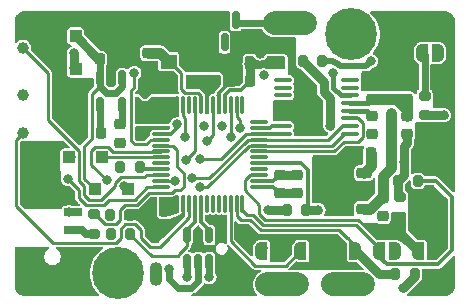
<source format=gbl>
G04 #@! TF.GenerationSoftware,KiCad,Pcbnew,8.0.1*
G04 #@! TF.CreationDate,2024-03-30T02:10:16+03:00*
G04 #@! TF.ProjectId,Piezo module,5069657a-6f20-46d6-9f64-756c652e6b69,rev?*
G04 #@! TF.SameCoordinates,Original*
G04 #@! TF.FileFunction,Copper,L4,Bot*
G04 #@! TF.FilePolarity,Positive*
%FSLAX46Y46*%
G04 Gerber Fmt 4.6, Leading zero omitted, Abs format (unit mm)*
G04 Created by KiCad (PCBNEW 8.0.1) date 2024-03-30 02:10:16*
%MOMM*%
%LPD*%
G01*
G04 APERTURE LIST*
G04 Aperture macros list*
%AMRoundRect*
0 Rectangle with rounded corners*
0 $1 Rounding radius*
0 $2 $3 $4 $5 $6 $7 $8 $9 X,Y pos of 4 corners*
0 Add a 4 corners polygon primitive as box body*
4,1,4,$2,$3,$4,$5,$6,$7,$8,$9,$2,$3,0*
0 Add four circle primitives for the rounded corners*
1,1,$1+$1,$2,$3*
1,1,$1+$1,$4,$5*
1,1,$1+$1,$6,$7*
1,1,$1+$1,$8,$9*
0 Add four rect primitives between the rounded corners*
20,1,$1+$1,$2,$3,$4,$5,0*
20,1,$1+$1,$4,$5,$6,$7,0*
20,1,$1+$1,$6,$7,$8,$9,0*
20,1,$1+$1,$8,$9,$2,$3,0*%
%AMFreePoly0*
4,1,19,0.500000,-0.750000,0.000000,-0.750000,0.000000,-0.744911,-0.071157,-0.744911,-0.207708,-0.704816,-0.327430,-0.627875,-0.420627,-0.520320,-0.479746,-0.390866,-0.500000,-0.250000,-0.500000,0.250000,-0.479746,0.390866,-0.420627,0.520320,-0.327430,0.627875,-0.207708,0.704816,-0.071157,0.744911,0.000000,0.744911,0.000000,0.750000,0.500000,0.750000,0.500000,-0.750000,0.500000,-0.750000,
$1*%
%AMFreePoly1*
4,1,19,0.000000,0.744911,0.071157,0.744911,0.207708,0.704816,0.327430,0.627875,0.420627,0.520320,0.479746,0.390866,0.500000,0.250000,0.500000,-0.250000,0.479746,-0.390866,0.420627,-0.520320,0.327430,-0.627875,0.207708,-0.704816,0.071157,-0.744911,0.000000,-0.744911,0.000000,-0.750000,-0.500000,-0.750000,-0.500000,0.750000,0.000000,0.750000,0.000000,0.744911,0.000000,0.744911,
$1*%
%AMFreePoly2*
4,1,9,3.862500,-0.866500,0.737500,-0.866500,0.737500,-0.450000,-0.737500,-0.450000,-0.737500,0.450000,0.737500,0.450000,0.737500,0.866500,3.862500,0.866500,3.862500,-0.866500,3.862500,-0.866500,$1*%
G04 Aperture macros list end*
G04 #@! TA.AperFunction,ComponentPad*
%ADD10C,2.000000*%
G04 #@! TD*
G04 #@! TA.AperFunction,ComponentPad*
%ADD11C,2.600000*%
G04 #@! TD*
G04 #@! TA.AperFunction,ComponentPad*
%ADD12C,0.700000*%
G04 #@! TD*
G04 #@! TA.AperFunction,ComponentPad*
%ADD13C,4.400000*%
G04 #@! TD*
G04 #@! TA.AperFunction,ComponentPad*
%ADD14O,1.090000X2.000000*%
G04 #@! TD*
G04 #@! TA.AperFunction,ComponentPad*
%ADD15O,1.050000X1.600000*%
G04 #@! TD*
G04 #@! TA.AperFunction,SMDPad,CuDef*
%ADD16RoundRect,0.200000X0.275000X-0.200000X0.275000X0.200000X-0.275000X0.200000X-0.275000X-0.200000X0*%
G04 #@! TD*
G04 #@! TA.AperFunction,SMDPad,CuDef*
%ADD17RoundRect,0.150000X0.150000X-0.587500X0.150000X0.587500X-0.150000X0.587500X-0.150000X-0.587500X0*%
G04 #@! TD*
G04 #@! TA.AperFunction,ComponentPad*
%ADD18C,1.000000*%
G04 #@! TD*
G04 #@! TA.AperFunction,SMDPad,CuDef*
%ADD19RoundRect,0.225000X-0.250000X0.225000X-0.250000X-0.225000X0.250000X-0.225000X0.250000X0.225000X0*%
G04 #@! TD*
G04 #@! TA.AperFunction,SMDPad,CuDef*
%ADD20RoundRect,0.100000X-0.637500X-0.100000X0.637500X-0.100000X0.637500X0.100000X-0.637500X0.100000X0*%
G04 #@! TD*
G04 #@! TA.AperFunction,SMDPad,CuDef*
%ADD21RoundRect,0.225000X0.250000X-0.225000X0.250000X0.225000X-0.250000X0.225000X-0.250000X-0.225000X0*%
G04 #@! TD*
G04 #@! TA.AperFunction,SMDPad,CuDef*
%ADD22FreePoly0,180.000000*%
G04 #@! TD*
G04 #@! TA.AperFunction,SMDPad,CuDef*
%ADD23FreePoly1,180.000000*%
G04 #@! TD*
G04 #@! TA.AperFunction,SMDPad,CuDef*
%ADD24RoundRect,0.218750X-0.256250X0.218750X-0.256250X-0.218750X0.256250X-0.218750X0.256250X0.218750X0*%
G04 #@! TD*
G04 #@! TA.AperFunction,SMDPad,CuDef*
%ADD25RoundRect,0.200000X-0.200000X-0.275000X0.200000X-0.275000X0.200000X0.275000X-0.200000X0.275000X0*%
G04 #@! TD*
G04 #@! TA.AperFunction,SMDPad,CuDef*
%ADD26RoundRect,0.150000X-0.150000X0.512500X-0.150000X-0.512500X0.150000X-0.512500X0.150000X0.512500X0*%
G04 #@! TD*
G04 #@! TA.AperFunction,SMDPad,CuDef*
%ADD27RoundRect,0.200000X0.200000X0.275000X-0.200000X0.275000X-0.200000X-0.275000X0.200000X-0.275000X0*%
G04 #@! TD*
G04 #@! TA.AperFunction,SMDPad,CuDef*
%ADD28R,1.400000X1.200000*%
G04 #@! TD*
G04 #@! TA.AperFunction,SMDPad,CuDef*
%ADD29RoundRect,0.250000X-0.300000X0.300000X-0.300000X-0.300000X0.300000X-0.300000X0.300000X0.300000X0*%
G04 #@! TD*
G04 #@! TA.AperFunction,SMDPad,CuDef*
%ADD30RoundRect,0.250000X-0.300000X-0.300000X0.300000X-0.300000X0.300000X0.300000X-0.300000X0.300000X0*%
G04 #@! TD*
G04 #@! TA.AperFunction,SMDPad,CuDef*
%ADD31RoundRect,0.225000X0.225000X0.250000X-0.225000X0.250000X-0.225000X-0.250000X0.225000X-0.250000X0*%
G04 #@! TD*
G04 #@! TA.AperFunction,SMDPad,CuDef*
%ADD32RoundRect,0.225000X-0.225000X-0.250000X0.225000X-0.250000X0.225000X0.250000X-0.225000X0.250000X0*%
G04 #@! TD*
G04 #@! TA.AperFunction,SMDPad,CuDef*
%ADD33RoundRect,0.075000X-0.075000X0.662500X-0.075000X-0.662500X0.075000X-0.662500X0.075000X0.662500X0*%
G04 #@! TD*
G04 #@! TA.AperFunction,SMDPad,CuDef*
%ADD34RoundRect,0.075000X-0.662500X0.075000X-0.662500X-0.075000X0.662500X-0.075000X0.662500X0.075000X0*%
G04 #@! TD*
G04 #@! TA.AperFunction,SMDPad,CuDef*
%ADD35RoundRect,0.225000X-0.335876X-0.017678X-0.017678X-0.335876X0.335876X0.017678X0.017678X0.335876X0*%
G04 #@! TD*
G04 #@! TA.AperFunction,SMDPad,CuDef*
%ADD36RoundRect,0.200000X-0.275000X0.200000X-0.275000X-0.200000X0.275000X-0.200000X0.275000X0.200000X0*%
G04 #@! TD*
G04 #@! TA.AperFunction,SMDPad,CuDef*
%ADD37RoundRect,0.225000X0.425000X0.225000X-0.425000X0.225000X-0.425000X-0.225000X0.425000X-0.225000X0*%
G04 #@! TD*
G04 #@! TA.AperFunction,SMDPad,CuDef*
%ADD38FreePoly2,180.000000*%
G04 #@! TD*
G04 #@! TA.AperFunction,SMDPad,CuDef*
%ADD39FreePoly0,0.000000*%
G04 #@! TD*
G04 #@! TA.AperFunction,SMDPad,CuDef*
%ADD40FreePoly1,0.000000*%
G04 #@! TD*
G04 #@! TA.AperFunction,SMDPad,CuDef*
%ADD41R,1.500000X0.700000*%
G04 #@! TD*
G04 #@! TA.AperFunction,SMDPad,CuDef*
%ADD42R,0.800000X1.000000*%
G04 #@! TD*
G04 #@! TA.AperFunction,ViaPad*
%ADD43C,0.800000*%
G04 #@! TD*
G04 #@! TA.AperFunction,Conductor*
%ADD44C,0.800000*%
G04 #@! TD*
G04 #@! TA.AperFunction,Conductor*
%ADD45C,0.400000*%
G04 #@! TD*
G04 #@! TA.AperFunction,Conductor*
%ADD46C,0.300000*%
G04 #@! TD*
G04 #@! TA.AperFunction,Conductor*
%ADD47C,0.250000*%
G04 #@! TD*
G04 #@! TA.AperFunction,Conductor*
%ADD48C,0.600000*%
G04 #@! TD*
G04 #@! TA.AperFunction,Conductor*
%ADD49C,0.450000*%
G04 #@! TD*
G04 #@! TA.AperFunction,Conductor*
%ADD50C,0.200000*%
G04 #@! TD*
G04 #@! TA.AperFunction,Conductor*
%ADD51C,0.900000*%
G04 #@! TD*
G04 #@! TA.AperFunction,Conductor*
%ADD52C,2.000000*%
G04 #@! TD*
G04 #@! TA.AperFunction,Conductor*
%ADD53C,0.350000*%
G04 #@! TD*
G04 #@! TA.AperFunction,Conductor*
%ADD54C,0.700000*%
G04 #@! TD*
G04 #@! TA.AperFunction,Conductor*
%ADD55C,0.550000*%
G04 #@! TD*
G04 #@! TA.AperFunction,Conductor*
%ADD56C,0.230000*%
G04 #@! TD*
G04 APERTURE END LIST*
D10*
X160085500Y-112035000D03*
X162625500Y-112035000D03*
D11*
X141266500Y-90195000D03*
X147646500Y-90195000D03*
D12*
X160023500Y-90845000D03*
X160506774Y-89678274D03*
X160506774Y-92011726D03*
X161673500Y-89195000D03*
D13*
X161673500Y-90845000D03*
D12*
X161673500Y-92495000D03*
X162840226Y-89678274D03*
X162840226Y-92011726D03*
X163323500Y-90845000D03*
X140274500Y-111085000D03*
X140757774Y-109918274D03*
X140757774Y-112251726D03*
X141924500Y-109435000D03*
D13*
X141924500Y-111085000D03*
D12*
X141924500Y-112735000D03*
X143091226Y-109918274D03*
X143091226Y-112251726D03*
X143574500Y-111085000D03*
D14*
X152294500Y-111160000D03*
D15*
X152294500Y-107710000D03*
D14*
X145094500Y-111160000D03*
D15*
X145094500Y-107710000D03*
D10*
X154543500Y-112035000D03*
X157083500Y-112035000D03*
X155174500Y-89895000D03*
X157714500Y-89895000D03*
D16*
X167866000Y-97710000D03*
X167866000Y-96060000D03*
D17*
X152827500Y-91554500D03*
X150927500Y-91554500D03*
X151877500Y-89679500D03*
D18*
X133872000Y-99218000D03*
D19*
X164345000Y-104706000D03*
X164345000Y-106256000D03*
D20*
X155849500Y-99287500D03*
X155849500Y-98637500D03*
X155849500Y-97987500D03*
X155849500Y-97337500D03*
X155849500Y-96687500D03*
X155849500Y-96037500D03*
X155849500Y-95387500D03*
X155849500Y-94737500D03*
X161574500Y-94737500D03*
X161574500Y-95387500D03*
X161574500Y-96037500D03*
X161574500Y-96687500D03*
X161574500Y-97337500D03*
X161574500Y-97987500D03*
X161574500Y-98637500D03*
X161574500Y-99287500D03*
D21*
X144447500Y-94005000D03*
X144447500Y-92455000D03*
D19*
X155587000Y-102763500D03*
X155587000Y-104313500D03*
D22*
X168648000Y-109208000D03*
D23*
X167348000Y-109208000D03*
D24*
X166384500Y-97758500D03*
X166384500Y-99333500D03*
D19*
X157050000Y-102763500D03*
X157050000Y-104313500D03*
D25*
X141295000Y-107746000D03*
X142945000Y-107746000D03*
D26*
X147745000Y-107872500D03*
X148695000Y-107872500D03*
X149645000Y-107872500D03*
X149645000Y-110147500D03*
X148695000Y-110147500D03*
X147745000Y-110147500D03*
D27*
X157849000Y-105754000D03*
X156199000Y-105754000D03*
D26*
X140357000Y-94588000D03*
X141307000Y-94588000D03*
X142257000Y-94588000D03*
X142257000Y-96863000D03*
X140357000Y-96863000D03*
D28*
X146184500Y-93169000D03*
X148384500Y-93169000D03*
X148384500Y-94869000D03*
X146184500Y-94869000D03*
D29*
X138314000Y-91009000D03*
X138314000Y-93809000D03*
D18*
X133872000Y-92032000D03*
D30*
X137739001Y-101256000D03*
X140538999Y-101256000D03*
D18*
X133872000Y-95967000D03*
D30*
X139944500Y-103992000D03*
X142744500Y-103992000D03*
D16*
X165810000Y-106307000D03*
X165810000Y-104657000D03*
D31*
X163335500Y-100891001D03*
X161785500Y-100891001D03*
D19*
X163441500Y-94806000D03*
X163441500Y-96356000D03*
D32*
X140361000Y-92945000D03*
X141911000Y-92945000D03*
D25*
X142105000Y-102110000D03*
X143755000Y-102110000D03*
D32*
X151558000Y-94790000D03*
X153108000Y-94790000D03*
D19*
X166402500Y-94799000D03*
X166402500Y-96349000D03*
D22*
X168980500Y-92442000D03*
D23*
X167680500Y-92442000D03*
D27*
X167286000Y-103269000D03*
X165636000Y-103269000D03*
D25*
X157566000Y-93096499D03*
X159216000Y-93096499D03*
D22*
X155349000Y-109208000D03*
D23*
X154049000Y-109208000D03*
D31*
X140507000Y-99205000D03*
X138957000Y-99205000D03*
D33*
X146945000Y-96875000D03*
X147445000Y-96875000D03*
X147945000Y-96875000D03*
X148445000Y-96875000D03*
X148945000Y-96875000D03*
X149445000Y-96875000D03*
X149945000Y-96875000D03*
X150445000Y-96875000D03*
X150945000Y-96875000D03*
X151445000Y-96875000D03*
X151945000Y-96875000D03*
X152445000Y-96875000D03*
D34*
X153857500Y-98287500D03*
X153857500Y-98787500D03*
X153857500Y-99287500D03*
X153857500Y-99787500D03*
X153857500Y-100287500D03*
X153857500Y-100787500D03*
X153857500Y-101287500D03*
X153857500Y-101787500D03*
X153857500Y-102287500D03*
X153857500Y-102787500D03*
X153857500Y-103287500D03*
X153857500Y-103787500D03*
D33*
X152445000Y-105200000D03*
X151945000Y-105200000D03*
X151445000Y-105200000D03*
X150945000Y-105200000D03*
X150445000Y-105200000D03*
X149945000Y-105200000D03*
X149445000Y-105200000D03*
X148945000Y-105200000D03*
X148445000Y-105200000D03*
X147945000Y-105200000D03*
X147445000Y-105200000D03*
X146945000Y-105200000D03*
D34*
X145532500Y-103787500D03*
X145532500Y-103287500D03*
X145532500Y-102787500D03*
X145532500Y-102287500D03*
X145532500Y-101787500D03*
X145532500Y-101287500D03*
X145532500Y-100787500D03*
X145532500Y-100287500D03*
X145532500Y-99787500D03*
X145532500Y-99287500D03*
X145532500Y-98787500D03*
X145532500Y-98287500D03*
D22*
X158653000Y-109204000D03*
D23*
X157353000Y-109204000D03*
D22*
X165344000Y-109208000D03*
D23*
X164044000Y-109208000D03*
D25*
X141270000Y-106132000D03*
X142920000Y-106132000D03*
D35*
X144203492Y-95775992D03*
X145299508Y-96872008D03*
D36*
X139884000Y-106092000D03*
X139884000Y-107742000D03*
D37*
X162710500Y-102622000D03*
D38*
X162623000Y-104122000D03*
D37*
X162710500Y-105622000D03*
D19*
X164920500Y-94805000D03*
X164920500Y-96355000D03*
D25*
X165393000Y-111189000D03*
X167043000Y-111189000D03*
D19*
X163446500Y-97771500D03*
X163446500Y-99321500D03*
X150114500Y-93244000D03*
X150114500Y-94794000D03*
D39*
X160704000Y-109208000D03*
D40*
X162004000Y-109208000D03*
D41*
X138124500Y-110435000D03*
X138124500Y-107435000D03*
X138124500Y-105935000D03*
D42*
X135264500Y-111835000D03*
X137474500Y-111835000D03*
X135264500Y-104535000D03*
X137474500Y-104535000D03*
D21*
X143814000Y-99414000D03*
X143814000Y-97864000D03*
D32*
X144290000Y-105789000D03*
X145840000Y-105789000D03*
D19*
X142092000Y-98483000D03*
X142092000Y-100033000D03*
D32*
X151570500Y-93323000D03*
X153120500Y-93323000D03*
D43*
X140506000Y-99261000D03*
X150712000Y-98620000D03*
X153039271Y-93366769D03*
X157050000Y-104313500D03*
X137774500Y-105935000D03*
X163446500Y-97771500D03*
X141297000Y-107694000D03*
X166112000Y-101705000D03*
X143825500Y-97867000D03*
X155661000Y-93112000D03*
X145840000Y-105789000D03*
X166067000Y-112340000D03*
X136364499Y-101939999D03*
X134164500Y-89290000D03*
X167230500Y-106289999D03*
X169430499Y-104990000D03*
X134164500Y-103735000D03*
X157996000Y-97056000D03*
X159840000Y-103655500D03*
X136364499Y-112634999D03*
X163446500Y-99321500D03*
X143825500Y-99417000D03*
X165430500Y-93740000D03*
X159666000Y-109800000D03*
X144203492Y-95775992D03*
X167230500Y-89290000D03*
X137474500Y-104535000D03*
X164345000Y-106256000D03*
X168330500Y-89940000D03*
X157996000Y-98419000D03*
X167230500Y-90589999D03*
X152827500Y-91460500D03*
X169430499Y-106289999D03*
X150703000Y-107910000D03*
X135264500Y-104435000D03*
X167230500Y-100640000D03*
X136364499Y-90589999D03*
X136364499Y-89290000D03*
X169430499Y-112639999D03*
X148380000Y-93155000D03*
X134164500Y-101939999D03*
X134164500Y-111335000D03*
X136364499Y-111335000D03*
X169430499Y-111340000D03*
X135264500Y-111934999D03*
X153961000Y-92493000D03*
X134164500Y-112634999D03*
X167230500Y-112639999D03*
X142092000Y-100033000D03*
X168330500Y-111990000D03*
X134164500Y-105034999D03*
X168330500Y-101290000D03*
X150726000Y-89628000D03*
X137474500Y-111835000D03*
X165344000Y-109440000D03*
X169430499Y-100640000D03*
X138164500Y-98740000D03*
X154583000Y-105754000D03*
X135264500Y-89940000D03*
X138164500Y-97490000D03*
X167230500Y-101939999D03*
X169430499Y-89290000D03*
X136364499Y-105034999D03*
X135264500Y-101290000D03*
X169430499Y-101939999D03*
X156920000Y-102762000D03*
X169430499Y-90589999D03*
X167230500Y-104990000D03*
X136364499Y-100640000D03*
X149171000Y-98654000D03*
X134164500Y-100640000D03*
X159425499Y-101591000D03*
X134164500Y-90589999D03*
X168330500Y-105640000D03*
X168687000Y-109244000D03*
X136364499Y-103735000D03*
X165430500Y-92490000D03*
X149463000Y-99904000D03*
X142436042Y-103677042D03*
X146245000Y-110726000D03*
X142105000Y-102110000D03*
X141270000Y-106132000D03*
X160139000Y-94174000D03*
X165030500Y-97493000D03*
X165030500Y-98752000D03*
X138164500Y-92490000D03*
X154229000Y-94335000D03*
X138164500Y-93740000D03*
X152207000Y-98776000D03*
X146742000Y-103287500D03*
X151464284Y-99548000D03*
X158880000Y-105754000D03*
X140956528Y-103220000D03*
X154148999Y-108925000D03*
X147680391Y-101519426D03*
X157286000Y-108925000D03*
X159216000Y-93096499D03*
X163334000Y-93129000D03*
X159878000Y-98610000D03*
X143292000Y-94118000D03*
X146888000Y-98499000D03*
X148845556Y-103833672D03*
X148819000Y-101447000D03*
X148195000Y-103066000D03*
X147613000Y-99555947D03*
X149645000Y-111441000D03*
X147745000Y-111441000D03*
X163335500Y-100966000D03*
X137889000Y-101256000D03*
X168980500Y-92442000D03*
X169496500Y-97714000D03*
X137651000Y-103121000D03*
X137651000Y-103121000D03*
D44*
X166384500Y-100071786D02*
X166384500Y-99333500D01*
D45*
X161574500Y-97337500D02*
X163012500Y-97337500D01*
D44*
X167043000Y-111364000D02*
X166067000Y-112340000D01*
D46*
X150945000Y-96034380D02*
X151364380Y-95615000D01*
D47*
X157050000Y-104313500D02*
X156942500Y-104313500D01*
D48*
X140361000Y-96906000D02*
X140361000Y-99055000D01*
D44*
X153039271Y-93366769D02*
X153108000Y-93435498D01*
X166112000Y-102793000D02*
X166112000Y-101705000D01*
X165636000Y-103269000D02*
X165636000Y-104483000D01*
D49*
X153120500Y-93323000D02*
X153125501Y-93317999D01*
D44*
X166113000Y-101705000D02*
X166113000Y-100343286D01*
D46*
X152283000Y-95615000D02*
X153108000Y-94790000D01*
X153857500Y-103787500D02*
X155061000Y-103787500D01*
D44*
X157050000Y-104313500D02*
X155587000Y-104313500D01*
X165636000Y-104483000D02*
X165810000Y-104657000D01*
X166113000Y-100343286D02*
X166384500Y-100071786D01*
D45*
X163012500Y-97337500D02*
X163446500Y-97771500D01*
D48*
X140361000Y-99055000D02*
X140511000Y-99205000D01*
D46*
X155061000Y-103787500D02*
X155587000Y-104313500D01*
X151364380Y-95615000D02*
X152283000Y-95615000D01*
X150945000Y-96875000D02*
X150945000Y-96034380D01*
D44*
X153108000Y-93435498D02*
X153108000Y-94790000D01*
X165636000Y-103269000D02*
X166112000Y-102793000D01*
X156914500Y-102763500D02*
X157050000Y-102763500D01*
D47*
X148380000Y-93164500D02*
X148384500Y-93169000D01*
D44*
X150114500Y-93244000D02*
X151491500Y-93244000D01*
D47*
X148394000Y-93169000D02*
X148544000Y-93169000D01*
D46*
X151482274Y-94790000D02*
X151558000Y-94790000D01*
D44*
X150114500Y-93244000D02*
X148459500Y-93244000D01*
D47*
X165430500Y-92490000D02*
X165430500Y-92479000D01*
D44*
X154583000Y-105754000D02*
X156199000Y-105754000D01*
X148459500Y-93244000D02*
X148384500Y-93169000D01*
D46*
X155063000Y-103287500D02*
X155587000Y-102763500D01*
D44*
X156913000Y-102762000D02*
X156914500Y-102763500D01*
D47*
X151416500Y-93169000D02*
X151570500Y-93323000D01*
X148380000Y-93155000D02*
X148394000Y-93169000D01*
D44*
X156911500Y-102763500D02*
X156913000Y-102762000D01*
X151558000Y-94790000D02*
X151558000Y-93335500D01*
D47*
X166395500Y-94806000D02*
X166402500Y-94799000D01*
X148380000Y-93155000D02*
X148380000Y-93164500D01*
D50*
X152294500Y-111160000D02*
X151995972Y-111160000D01*
D46*
X153857500Y-103287500D02*
X155063000Y-103287500D01*
D44*
X155587000Y-102763500D02*
X156911500Y-102763500D01*
D46*
X150445000Y-96875000D02*
X150445000Y-95827274D01*
D44*
X151558000Y-93335500D02*
X151570500Y-93323000D01*
D46*
X150445000Y-95827274D02*
X151482274Y-94790000D01*
D47*
X165430500Y-92479000D02*
X165421500Y-92470000D01*
D44*
X151491500Y-93244000D02*
X151570500Y-93323000D01*
D47*
X149463000Y-99904000D02*
X149945000Y-99422000D01*
X149945000Y-99422000D02*
X149945000Y-96875000D01*
D48*
X148695000Y-110147500D02*
X148695000Y-111763793D01*
X146999000Y-112341000D02*
X146245000Y-111587000D01*
D44*
X142436042Y-103677042D02*
X142744500Y-103985500D01*
D48*
X148117793Y-112341000D02*
X146999000Y-112341000D01*
X148695000Y-111763793D02*
X148117793Y-112341000D01*
X146245000Y-111587000D02*
X146245000Y-110726000D01*
D44*
X142744500Y-103985500D02*
X142744500Y-103992000D01*
D51*
X145470500Y-92455000D02*
X146184500Y-93169000D01*
D47*
X148685764Y-95799000D02*
X148956500Y-96069736D01*
X146284500Y-93169000D02*
X147284500Y-94169000D01*
X146184500Y-93169000D02*
X146284500Y-93169000D01*
X148956500Y-96069736D02*
X148956500Y-96875000D01*
X147284500Y-94169000D02*
X147284500Y-95537000D01*
X147546500Y-95799000D02*
X148685764Y-95799000D01*
D51*
X144447500Y-92455000D02*
X145470500Y-92455000D01*
D47*
X147284500Y-95537000D02*
X147546500Y-95799000D01*
D44*
X140250000Y-92945000D02*
X138314000Y-91009000D01*
X140361000Y-92945000D02*
X140250000Y-92945000D01*
D47*
X139732000Y-95895894D02*
X140361000Y-95266894D01*
D48*
X140361000Y-94584000D02*
X140357000Y-94588000D01*
X141734394Y-95793500D02*
X140887606Y-95793500D01*
X140887606Y-95793500D02*
X140361000Y-95266894D01*
X140361000Y-94592000D02*
X140357000Y-94588000D01*
X142257000Y-94588000D02*
X142257000Y-95270894D01*
D47*
X139064001Y-100357051D02*
X139732000Y-99689052D01*
D48*
X140361000Y-92945000D02*
X140361000Y-94584000D01*
X140361000Y-95266894D02*
X140361000Y-94592000D01*
D47*
X139944500Y-103992000D02*
X139064001Y-103111501D01*
X139732000Y-99689052D02*
X139732000Y-95895894D01*
X139064001Y-103111501D02*
X139064001Y-100357051D01*
D48*
X142257000Y-95270894D02*
X141734394Y-95793500D01*
D45*
X161574500Y-96037500D02*
X160777122Y-96037500D01*
X160777122Y-96037500D02*
X160139000Y-95399378D01*
D52*
X155174500Y-89895000D02*
X157714500Y-89895000D01*
D48*
X151877500Y-89679500D02*
X152093000Y-89895000D01*
D45*
X160139000Y-95399378D02*
X160139000Y-94174000D01*
D48*
X152093000Y-89895000D02*
X155174500Y-89895000D01*
D51*
X163260328Y-105622000D02*
X164176328Y-104706000D01*
X165030500Y-97493000D02*
X165030500Y-98747000D01*
X162710500Y-105622000D02*
X163260328Y-105622000D01*
D46*
X165025500Y-97498000D02*
X165030500Y-97493000D01*
D51*
X164345000Y-104706000D02*
X164345000Y-102852000D01*
X164345000Y-102852000D02*
X165025500Y-102171500D01*
X165025500Y-102171500D02*
X165025500Y-98752000D01*
X164176328Y-104706000D02*
X164345000Y-104706000D01*
X165030500Y-98747000D02*
X165025500Y-98752000D01*
D44*
X138164500Y-92490000D02*
X138164500Y-93740000D01*
D47*
X152207000Y-98157000D02*
X151945000Y-97895000D01*
X151945000Y-97895000D02*
X151945000Y-96875000D01*
X152207000Y-98776000D02*
X152207000Y-98157000D01*
X146742000Y-103287500D02*
X145532500Y-103287500D01*
X151445000Y-99528716D02*
X151445000Y-96875000D01*
X151464284Y-99548000D02*
X151445000Y-99528716D01*
D44*
X157849000Y-105754000D02*
X158880000Y-105754000D01*
D47*
X158861000Y-105754000D02*
X158880000Y-105773000D01*
D46*
X153857500Y-101787500D02*
X157430161Y-101787500D01*
X158015000Y-102372339D02*
X158015000Y-105588000D01*
X157430161Y-101787500D02*
X158015000Y-102372339D01*
X158015000Y-105588000D02*
X157849000Y-105754000D01*
X143932500Y-102287500D02*
X143755000Y-102110000D01*
X145532500Y-102287500D02*
X143932500Y-102287500D01*
D47*
X144539496Y-104278000D02*
X143489496Y-105328000D01*
X142495996Y-105328000D02*
X142087000Y-105736996D01*
X141766000Y-106937000D02*
X140846996Y-106937000D01*
X142087000Y-105736996D02*
X142087000Y-106616000D01*
X147167000Y-104057000D02*
X146697000Y-104057000D01*
X147467000Y-103757000D02*
X147167000Y-104057000D01*
X145532500Y-100287500D02*
X146587500Y-100287500D01*
X147467000Y-102635000D02*
X147467000Y-103757000D01*
X142087000Y-106616000D02*
X141766000Y-106937000D01*
X140846996Y-106937000D02*
X140001996Y-106092000D01*
X146939000Y-100639000D02*
X146939000Y-102107000D01*
X143489496Y-105328000D02*
X142495996Y-105328000D01*
X146476000Y-104278000D02*
X144539496Y-104278000D01*
X146587500Y-100287500D02*
X146939000Y-100639000D01*
X146939000Y-102107000D02*
X147467000Y-102635000D01*
X140001996Y-106092000D02*
X139884000Y-106092000D01*
X146697000Y-104057000D02*
X146476000Y-104278000D01*
X139663999Y-100710900D02*
X139993899Y-100381000D01*
X140956528Y-103220000D02*
X139663999Y-101927471D01*
X139993899Y-100381000D02*
X141084099Y-100381000D01*
X139663999Y-101927471D02*
X139663999Y-100710900D01*
X141084099Y-100381000D02*
X141515599Y-100812500D01*
X145507500Y-100812500D02*
X145532500Y-100787500D01*
X141515599Y-100812500D02*
X145507500Y-100812500D01*
X145532500Y-101287500D02*
X140570499Y-101287500D01*
X140570499Y-101287500D02*
X140538999Y-101256000D01*
D52*
X160085500Y-112035000D02*
X162625500Y-112035000D01*
D47*
X148445000Y-100754817D02*
X148445000Y-96875000D01*
X147680391Y-101519426D02*
X148445000Y-100754817D01*
X156092000Y-110465000D02*
X157360000Y-109197000D01*
X157360000Y-109197000D02*
X157368000Y-109197000D01*
D46*
X157286000Y-108905000D02*
X157368000Y-108987000D01*
X157286000Y-108905000D02*
X157368000Y-108823000D01*
D47*
X151445000Y-105200000D02*
X151445000Y-108364000D01*
D46*
X157368000Y-108987000D02*
X157368000Y-109197000D01*
D47*
X153546000Y-110465000D02*
X156092000Y-110465000D01*
X151445000Y-108364000D02*
X153546000Y-110465000D01*
X153111903Y-106581000D02*
X152283000Y-106581000D01*
X162004000Y-109219000D02*
X162004000Y-108802307D01*
X162004000Y-108802307D02*
X161539091Y-108337398D01*
X161539091Y-108337398D02*
X161539091Y-108326398D01*
X153984903Y-107454000D02*
X153111903Y-106581000D01*
X160655693Y-107454000D02*
X153984903Y-107454000D01*
X161539091Y-108326398D02*
X161340693Y-108128000D01*
X161340693Y-108128000D02*
X161329693Y-108128000D01*
X161329693Y-108128000D02*
X160655693Y-107454000D01*
X152283000Y-106581000D02*
X151945000Y-106243000D01*
D44*
X162004000Y-109219000D02*
X162072242Y-109219000D01*
X165393000Y-111189000D02*
X165393000Y-111199000D01*
D47*
X151945000Y-106243000D02*
X151945000Y-105200000D01*
D44*
X164042242Y-111189000D02*
X165393000Y-111189000D01*
X162072242Y-109219000D02*
X164042242Y-111189000D01*
D53*
X170205499Y-109150444D02*
X170205499Y-104668984D01*
D47*
X152801000Y-106131000D02*
X152445000Y-105775000D01*
D53*
X170205499Y-104668984D02*
X168805515Y-103269000D01*
X164044000Y-109208000D02*
X164044000Y-109695403D01*
D47*
X164044000Y-109208000D02*
X164044000Y-108977000D01*
X152445000Y-105775000D02*
X152445000Y-105200000D01*
D53*
X164686597Y-110338000D02*
X169017943Y-110338000D01*
D47*
X153298299Y-106131000D02*
X152801000Y-106131000D01*
X162071000Y-107004000D02*
X154171299Y-107004000D01*
X164044000Y-108977000D02*
X162071000Y-107004000D01*
D53*
X164044000Y-109695403D02*
X164686597Y-110338000D01*
X169017943Y-110338000D02*
X170205499Y-109150444D01*
X168805515Y-103269000D02*
X167286000Y-103269000D01*
D47*
X154171299Y-107004000D02*
X153298299Y-106131000D01*
X167348000Y-108937000D02*
X167348000Y-109208000D01*
X154357695Y-106554000D02*
X153858000Y-106054305D01*
D44*
X165810000Y-107670000D02*
X167348000Y-109208000D01*
X165810000Y-106307000D02*
X165810000Y-107670000D01*
D47*
X165810000Y-107670000D02*
X163373396Y-107670000D01*
X153052236Y-102787500D02*
X153857500Y-102787500D01*
X162257396Y-106554000D02*
X154357695Y-106554000D01*
X152619000Y-103220736D02*
X153052236Y-102787500D01*
X152619000Y-104068736D02*
X152619000Y-103220736D01*
X163373396Y-107670000D02*
X162257396Y-106554000D01*
X153858000Y-105307736D02*
X152619000Y-104068736D01*
X167348000Y-109208000D02*
X167348000Y-108953000D01*
X153858000Y-106054305D02*
X153858000Y-105307736D01*
D44*
X165377424Y-96355000D02*
X166384500Y-97362076D01*
X164920500Y-96355000D02*
X165377424Y-96355000D01*
D51*
X166402500Y-97740500D02*
X166384500Y-97758500D01*
X163441500Y-96356000D02*
X164919500Y-96356000D01*
D45*
X161574500Y-96687500D02*
X163110000Y-96687500D01*
X163110000Y-96687500D02*
X163441500Y-96356000D01*
D44*
X166384500Y-97362076D02*
X166384500Y-97758500D01*
D51*
X166396500Y-96355000D02*
X166402500Y-96349000D01*
X164920500Y-96355000D02*
X166396500Y-96355000D01*
X166402500Y-96349000D02*
X166402500Y-97740500D01*
X164919500Y-96356000D02*
X164920500Y-96355000D01*
D54*
X139188000Y-107742000D02*
X139884000Y-107742000D01*
X138881000Y-107435000D02*
X139188000Y-107742000D01*
X138124500Y-107435000D02*
X138881000Y-107435000D01*
D52*
X154543500Y-112035000D02*
X157083500Y-112035000D01*
D55*
X160474437Y-93272000D02*
X160728437Y-93526000D01*
X160728437Y-93526000D02*
X162937000Y-93526000D01*
X160100499Y-93096499D02*
X160276000Y-93272000D01*
X162937000Y-93526000D02*
X163334000Y-93129000D01*
X159216000Y-93096499D02*
X160100499Y-93096499D01*
X160276000Y-93272000D02*
X160474437Y-93272000D01*
D44*
X159878000Y-96269748D02*
X159339000Y-95730748D01*
X159339000Y-95730748D02*
X159339000Y-94869499D01*
X159878000Y-98610000D02*
X159878000Y-96269748D01*
X159339000Y-94869499D02*
X157566000Y-93096499D01*
D46*
X147745000Y-107448738D02*
X147745000Y-107872500D01*
D56*
X147174617Y-109393617D02*
X147174617Y-109420383D01*
D46*
X148445000Y-106748738D02*
X147745000Y-107448738D01*
D56*
X146959000Y-109636000D02*
X144760000Y-109636000D01*
X147174617Y-109420383D02*
X146959000Y-109636000D01*
D46*
X148445000Y-105200000D02*
X148445000Y-106748738D01*
D56*
X147745000Y-107872500D02*
X147745000Y-108823234D01*
X147745000Y-108823234D02*
X147174617Y-109393617D01*
X144760000Y-109636000D02*
X142947000Y-107823000D01*
X142947000Y-107823000D02*
X142947000Y-107694000D01*
D46*
X149645000Y-107448738D02*
X149645000Y-107872500D01*
X148945000Y-106748738D02*
X149645000Y-107448738D01*
X148945000Y-105200000D02*
X148945000Y-106748738D01*
D47*
X143014000Y-99873052D02*
X143329948Y-100189000D01*
X143292000Y-95354000D02*
X143014000Y-95632000D01*
X143014000Y-95632000D02*
X143014000Y-99873052D01*
X143329948Y-100189000D02*
X144312552Y-100189000D01*
X144312552Y-100189000D02*
X144714052Y-99787500D01*
X144714052Y-99787500D02*
X145544000Y-99787500D01*
X143292000Y-94118000D02*
X143292000Y-95354000D01*
D46*
X146888000Y-98772620D02*
X146888000Y-98499000D01*
X146373120Y-99287500D02*
X146888000Y-98772620D01*
X145532500Y-99287500D02*
X146373120Y-99287500D01*
D47*
X160041000Y-100287500D02*
X161041000Y-99287500D01*
X148845556Y-103833672D02*
X149476709Y-103833672D01*
X153869000Y-100287500D02*
X160041000Y-100287500D01*
X149476709Y-103833672D02*
X153022881Y-100287500D01*
X153022881Y-100287500D02*
X153857500Y-100287500D01*
X161041000Y-99287500D02*
X161574500Y-99287500D01*
X148819000Y-101447000D02*
X150590589Y-101447000D01*
X150590589Y-101447000D02*
X152750089Y-99287500D01*
D46*
X153857500Y-99287500D02*
X155849500Y-99287500D01*
D47*
X152750089Y-99287500D02*
X153857500Y-99287500D01*
X149607985Y-103066000D02*
X152886485Y-99787500D01*
X153894000Y-99812500D02*
X159708188Y-99812500D01*
X152886485Y-99787500D02*
X153857500Y-99787500D01*
X153869000Y-99787500D02*
X153894000Y-99812500D01*
X160883188Y-98637500D02*
X161574500Y-98637500D01*
X148195000Y-103066000D02*
X149607985Y-103066000D01*
X159708188Y-99812500D02*
X160883188Y-98637500D01*
X147613000Y-97942695D02*
X147445000Y-97774695D01*
X147445000Y-97774695D02*
X147445000Y-96875000D01*
X147613000Y-99555947D02*
X147613000Y-97942695D01*
D48*
X149645000Y-110147500D02*
X149645000Y-111441000D01*
X147745000Y-110147500D02*
X147745000Y-111441000D01*
D51*
X163335500Y-101997000D02*
X162710500Y-102622000D01*
X163335500Y-100891001D02*
X163335500Y-101997000D01*
D47*
X162637000Y-98358688D02*
X162265812Y-97987500D01*
X160177396Y-100787500D02*
X161006896Y-99958000D01*
X153869000Y-100787500D02*
X160177396Y-100787500D01*
X161006896Y-99958000D02*
X162245312Y-99958000D01*
X162265812Y-97987500D02*
X161574500Y-97987500D01*
X162637000Y-99566312D02*
X162637000Y-98358688D01*
X162245312Y-99958000D02*
X162637000Y-99566312D01*
D46*
X154772500Y-98787500D02*
X154922500Y-98637500D01*
X154922500Y-98637500D02*
X155849500Y-98637500D01*
X153857500Y-98787500D02*
X154772500Y-98787500D01*
D47*
X145944500Y-108337082D02*
X145944500Y-108334592D01*
X142122000Y-108142004D02*
X142122000Y-107344000D01*
X147945000Y-106334092D02*
X147945000Y-105200000D01*
X144581254Y-108835000D02*
X145446582Y-108835000D01*
X145446582Y-108835000D02*
X145944500Y-108337082D01*
X133289500Y-99800500D02*
X133289500Y-105433500D01*
X133289500Y-105433500D02*
X136402000Y-108546000D01*
X142122000Y-107344000D02*
X142520000Y-106946000D01*
X133872000Y-99218000D02*
X133289500Y-99800500D01*
X136402000Y-108546000D02*
X141718004Y-108546000D01*
X142520000Y-106946000D02*
X143368004Y-106946000D01*
X145944500Y-108334592D02*
X147945000Y-106334092D01*
X141718004Y-108546000D02*
X142122000Y-108142004D01*
X143844000Y-108097746D02*
X144581254Y-108835000D01*
X143844000Y-107421996D02*
X143844000Y-108097746D01*
X143368004Y-106946000D02*
X143844000Y-107421996D01*
X133872000Y-92032000D02*
X135989000Y-94149000D01*
X144178004Y-102910000D02*
X144300504Y-102787500D01*
X140495100Y-104886000D02*
X141658312Y-103722788D01*
X135989000Y-94149000D02*
X135989000Y-98085899D01*
X139414400Y-104886000D02*
X140495100Y-104886000D01*
X141658312Y-103429467D02*
X142177779Y-102910000D01*
X138614001Y-103301897D02*
X139036000Y-103723896D01*
X139036000Y-104507600D02*
X139414400Y-104886000D01*
X135989000Y-98085899D02*
X138614001Y-100710900D01*
X138614001Y-100710900D02*
X138614001Y-103301897D01*
X141658312Y-103722788D02*
X141658312Y-103429467D01*
X142177779Y-102910000D02*
X144178004Y-102910000D01*
X144300504Y-102787500D02*
X145532500Y-102787500D01*
X139036000Y-103723896D02*
X139036000Y-104507600D01*
D48*
X142257000Y-96863000D02*
X142257000Y-98366000D01*
X142257000Y-98366000D02*
X142095000Y-98528000D01*
D47*
X137814500Y-101256000D02*
X137814500Y-101256501D01*
X137814500Y-101256000D02*
X137798500Y-101272000D01*
X137798500Y-101272000D02*
X137755001Y-101272000D01*
X137814500Y-101256501D02*
X137777001Y-101294000D01*
D44*
X169496500Y-97714000D02*
X167870000Y-97714000D01*
X167870000Y-97714000D02*
X167866000Y-97710000D01*
D47*
X144393600Y-103787500D02*
X143313100Y-104868000D01*
D50*
X137651000Y-103121000D02*
X137625000Y-103121000D01*
X137651000Y-103147000D02*
X137651000Y-103121000D01*
X137625000Y-103121000D02*
X137659000Y-103155000D01*
D47*
X139220500Y-105336000D02*
X138586000Y-104701500D01*
X145532500Y-103787500D02*
X144393600Y-103787500D01*
X141149496Y-104868000D02*
X140681496Y-105336000D01*
X143313100Y-104868000D02*
X141149496Y-104868000D01*
X140681496Y-105336000D02*
X139220500Y-105336000D01*
X138586000Y-104056000D02*
X137651000Y-103121000D01*
X138586000Y-104701500D02*
X138586000Y-104056000D01*
D48*
X167860500Y-96054500D02*
X167860500Y-92622000D01*
X167866000Y-96060000D02*
X167860500Y-96054500D01*
X167860500Y-92622000D02*
X167680500Y-92442000D01*
G04 #@! TA.AperFunction,Conductor*
G36*
X166210500Y-105926962D02*
G01*
X166265038Y-105981500D01*
X166285000Y-106056000D01*
X166285000Y-107924000D01*
X166285000Y-107924001D01*
X166285001Y-107924002D01*
X166691949Y-108629498D01*
X166711882Y-108704006D01*
X166691890Y-108778498D01*
X166637331Y-108833014D01*
X166562823Y-108852947D01*
X166488331Y-108832955D01*
X166487824Y-108832661D01*
X165864524Y-108469194D01*
X165834776Y-108444518D01*
X165833867Y-108445428D01*
X165830104Y-108441665D01*
X165785900Y-108403362D01*
X165785893Y-108403357D01*
X165664954Y-108325634D01*
X165664948Y-108325631D01*
X165664945Y-108325629D01*
X165611740Y-108301331D01*
X165611741Y-108301331D01*
X165611736Y-108301329D01*
X165473793Y-108260825D01*
X165473782Y-108260823D01*
X165415900Y-108252501D01*
X165415892Y-108252500D01*
X165415889Y-108252500D01*
X164844000Y-108252500D01*
X164843999Y-108252500D01*
X164798276Y-108257651D01*
X164798273Y-108257651D01*
X164798272Y-108257652D01*
X164798270Y-108257653D01*
X164764585Y-108273875D01*
X164688802Y-108288213D01*
X164635292Y-108273876D01*
X164633164Y-108272851D01*
X164544001Y-108252500D01*
X164544000Y-108252500D01*
X163972111Y-108252500D01*
X163972107Y-108252500D01*
X163972099Y-108252501D01*
X163914214Y-108260823D01*
X163914213Y-108260824D01*
X163901583Y-108264532D01*
X163824476Y-108266364D01*
X163756784Y-108229398D01*
X163754252Y-108226925D01*
X162637686Y-107110359D01*
X162599122Y-107043564D01*
X162599122Y-106966436D01*
X162637686Y-106899641D01*
X162704481Y-106861077D01*
X162743045Y-106856000D01*
X163734000Y-106856000D01*
X163857962Y-106856000D01*
X163925606Y-106872239D01*
X163961874Y-106890719D01*
X164061512Y-106906500D01*
X164061517Y-106906500D01*
X164628483Y-106906500D01*
X164628488Y-106906500D01*
X164728126Y-106890719D01*
X164848220Y-106829528D01*
X164943528Y-106734220D01*
X165004719Y-106614126D01*
X165020500Y-106514488D01*
X165020500Y-106056000D01*
X165040462Y-105981500D01*
X165095000Y-105926962D01*
X165169500Y-105907000D01*
X166136000Y-105907000D01*
X166210500Y-105926962D01*
G37*
G04 #@! TD.AperFunction*
G04 #@! TA.AperFunction,Conductor*
G36*
X150515500Y-94288962D02*
G01*
X150570038Y-94343500D01*
X150590000Y-94418000D01*
X150590000Y-95124874D01*
X150570038Y-95199374D01*
X150546359Y-95230233D01*
X150164527Y-95612065D01*
X150129139Y-95673359D01*
X150129140Y-95673360D01*
X150118386Y-95691985D01*
X150094500Y-95781129D01*
X150094500Y-95788000D01*
X150074538Y-95862500D01*
X150020000Y-95917038D01*
X149945501Y-95937000D01*
X149842867Y-95937000D01*
X149762504Y-95952985D01*
X149671376Y-96013875D01*
X149671375Y-96013876D01*
X149610485Y-96105003D01*
X149610484Y-96105007D01*
X149594500Y-96185366D01*
X149594501Y-97464000D01*
X149574539Y-97538500D01*
X149520001Y-97593038D01*
X149445501Y-97613000D01*
X149444500Y-97613000D01*
X149370000Y-97593038D01*
X149315462Y-97538500D01*
X149295500Y-97464000D01*
X149295499Y-96185367D01*
X149284864Y-96131897D01*
X149282001Y-96102831D01*
X149282001Y-96026887D01*
X149282001Y-96026884D01*
X149259818Y-95944098D01*
X149219011Y-95873418D01*
X149216965Y-95869874D01*
X149156362Y-95809271D01*
X149156360Y-95809269D01*
X148885626Y-95538535D01*
X148885623Y-95538533D01*
X148885622Y-95538532D01*
X148811405Y-95495683D01*
X148811404Y-95495682D01*
X148811403Y-95495682D01*
X148772983Y-95485387D01*
X148728619Y-95473500D01*
X148728617Y-95473500D01*
X147833000Y-95473500D01*
X147758500Y-95453538D01*
X147703962Y-95399000D01*
X147684000Y-95324500D01*
X147684000Y-94418000D01*
X147703962Y-94343500D01*
X147758500Y-94288962D01*
X147833000Y-94269000D01*
X150441000Y-94269000D01*
X150515500Y-94288962D01*
G37*
G04 #@! TD.AperFunction*
G04 #@! TA.AperFunction,Conductor*
G36*
X147020000Y-104481962D02*
G01*
X147074538Y-104536500D01*
X147094500Y-104611000D01*
X147094500Y-105837788D01*
X147074538Y-105912288D01*
X147020000Y-105966826D01*
X147001428Y-105975893D01*
X146316903Y-106253105D01*
X146260975Y-106264000D01*
X145539000Y-106264000D01*
X145464500Y-106244038D01*
X145409962Y-106189500D01*
X145390000Y-106115000D01*
X145390000Y-104752500D01*
X145409962Y-104678000D01*
X145464500Y-104623462D01*
X145539000Y-104603500D01*
X146518851Y-104603500D01*
X146518853Y-104603500D01*
X146601639Y-104581318D01*
X146675862Y-104538465D01*
X146708687Y-104505639D01*
X146775480Y-104467077D01*
X146814044Y-104462000D01*
X146945500Y-104462000D01*
X147020000Y-104481962D01*
G37*
G04 #@! TD.AperFunction*
G04 #@! TA.AperFunction,Conductor*
G36*
X136059660Y-108889907D02*
G01*
X136095624Y-108939407D01*
X136095624Y-109000593D01*
X136059660Y-109050093D01*
X136039355Y-109061463D01*
X136036503Y-109062645D01*
X136032688Y-109064225D01*
X136032682Y-109064228D01*
X135917958Y-109140885D01*
X135820385Y-109238458D01*
X135743728Y-109353182D01*
X135743722Y-109353193D01*
X135690920Y-109480670D01*
X135690920Y-109480672D01*
X135664000Y-109616004D01*
X135664000Y-109753995D01*
X135679544Y-109832139D01*
X135690748Y-109888465D01*
X135690920Y-109889327D01*
X135690920Y-109889329D01*
X135743722Y-110016806D01*
X135743728Y-110016817D01*
X135820385Y-110131541D01*
X135917958Y-110229114D01*
X136032682Y-110305771D01*
X136032693Y-110305777D01*
X136079783Y-110325282D01*
X136160172Y-110358580D01*
X136295507Y-110385500D01*
X136295508Y-110385500D01*
X136433492Y-110385500D01*
X136433493Y-110385500D01*
X136568828Y-110358580D01*
X136696311Y-110305775D01*
X136811042Y-110229114D01*
X136908614Y-110131542D01*
X136985275Y-110016811D01*
X137038080Y-109889328D01*
X137065000Y-109753993D01*
X137065000Y-109616007D01*
X137038080Y-109480672D01*
X137010692Y-109414552D01*
X136985277Y-109353193D01*
X136985271Y-109353182D01*
X136908614Y-109238458D01*
X136811041Y-109140885D01*
X136696317Y-109064228D01*
X136696312Y-109064225D01*
X136693374Y-109063008D01*
X136690853Y-109061964D01*
X136644328Y-109022229D01*
X136630043Y-108962735D01*
X136653456Y-108906206D01*
X136705625Y-108874236D01*
X136728738Y-108871500D01*
X140582809Y-108871500D01*
X140641000Y-108890407D01*
X140676964Y-108939907D01*
X140676964Y-109001093D01*
X140641000Y-109050593D01*
X140635856Y-109054088D01*
X140635706Y-109054182D01*
X140391340Y-109231723D01*
X140391337Y-109231725D01*
X140171155Y-109438491D01*
X140171145Y-109438502D01*
X139978614Y-109671232D01*
X139816774Y-109926250D01*
X139816767Y-109926263D01*
X139688161Y-110199563D01*
X139653652Y-110305771D01*
X139627747Y-110385500D01*
X139594820Y-110486838D01*
X139594817Y-110486848D01*
X139538220Y-110783537D01*
X139519254Y-111085000D01*
X139538220Y-111386462D01*
X139587545Y-111645029D01*
X139594819Y-111683160D01*
X139686569Y-111965536D01*
X139688161Y-111970436D01*
X139816767Y-112243736D01*
X139816774Y-112243749D01*
X139978614Y-112498767D01*
X140171145Y-112731497D01*
X140171155Y-112731508D01*
X140311533Y-112863332D01*
X140341009Y-112916950D01*
X140333341Y-112977652D01*
X140291456Y-113022254D01*
X140243763Y-113034500D01*
X134019361Y-113034500D01*
X134009657Y-113034023D01*
X133858474Y-113019132D01*
X133839440Y-113015346D01*
X133698742Y-112972666D01*
X133680811Y-112965239D01*
X133551141Y-112895928D01*
X133535005Y-112885146D01*
X133421350Y-112791872D01*
X133407627Y-112778149D01*
X133314353Y-112664494D01*
X133303571Y-112648358D01*
X133234260Y-112518688D01*
X133226833Y-112500757D01*
X133184153Y-112360059D01*
X133180367Y-112341025D01*
X133175181Y-112288375D01*
X133165477Y-112189843D01*
X133165000Y-112180139D01*
X133165000Y-108970000D01*
X133183907Y-108911809D01*
X133233407Y-108875845D01*
X133264000Y-108871000D01*
X136001469Y-108871000D01*
X136059660Y-108889907D01*
G37*
G04 #@! TD.AperFunction*
G04 #@! TA.AperFunction,Conductor*
G36*
X150750000Y-106113659D02*
G01*
X150762505Y-106122015D01*
X150842867Y-106138000D01*
X151020499Y-106137999D01*
X151078690Y-106156906D01*
X151114654Y-106206406D01*
X151119500Y-106236999D01*
X151119500Y-108321147D01*
X151119500Y-108406853D01*
X151141682Y-108489639D01*
X151141682Y-108489640D01*
X151143362Y-108495907D01*
X151140350Y-108496714D01*
X151144025Y-108545128D01*
X151111911Y-108597208D01*
X151055318Y-108620465D01*
X150998325Y-108607485D01*
X150887689Y-108543609D01*
X150887691Y-108543609D01*
X150838299Y-108530375D01*
X150760392Y-108509500D01*
X150628608Y-108509500D01*
X150550700Y-108530375D01*
X150501309Y-108543609D01*
X150387190Y-108609496D01*
X150293996Y-108702690D01*
X150228109Y-108816809D01*
X150220590Y-108844870D01*
X150194000Y-108944108D01*
X150194000Y-109075892D01*
X150224079Y-109188151D01*
X150228109Y-109203190D01*
X150293996Y-109317309D01*
X150293998Y-109317311D01*
X150294000Y-109317314D01*
X150387186Y-109410500D01*
X150387188Y-109410501D01*
X150387190Y-109410503D01*
X150501310Y-109476390D01*
X150501308Y-109476390D01*
X150501312Y-109476391D01*
X150501314Y-109476392D01*
X150628608Y-109510500D01*
X150628610Y-109510500D01*
X150760390Y-109510500D01*
X150760392Y-109510500D01*
X150887686Y-109476392D01*
X150887688Y-109476390D01*
X150887690Y-109476390D01*
X151001809Y-109410503D01*
X151001809Y-109410502D01*
X151001814Y-109410500D01*
X151095000Y-109317314D01*
X151095003Y-109317309D01*
X151160890Y-109203190D01*
X151160890Y-109203188D01*
X151160892Y-109203186D01*
X151195000Y-109075892D01*
X151195000Y-108944108D01*
X151160892Y-108816814D01*
X151159047Y-108813618D01*
X151158497Y-108811031D01*
X151158408Y-108810816D01*
X151158447Y-108810799D01*
X151146325Y-108753769D01*
X151171211Y-108697874D01*
X151224199Y-108667281D01*
X151285049Y-108673676D01*
X151314784Y-108694110D01*
X153285533Y-110664859D01*
X153285535Y-110664862D01*
X153346138Y-110725465D01*
X153383247Y-110746889D01*
X153383249Y-110746891D01*
X153414276Y-110764805D01*
X153420361Y-110768318D01*
X153503147Y-110790501D01*
X153503149Y-110790501D01*
X153594916Y-110790501D01*
X153594932Y-110790500D01*
X153925042Y-110790500D01*
X153983233Y-110809407D01*
X154019197Y-110858907D01*
X154019197Y-110920093D01*
X153983233Y-110969593D01*
X153977156Y-110973673D01*
X153957485Y-110985852D01*
X153950319Y-110989887D01*
X153914298Y-111008241D01*
X153876731Y-111035535D01*
X153870660Y-111039612D01*
X153816936Y-111072877D01*
X153788017Y-111099238D01*
X153779525Y-111106158D01*
X153761426Y-111119310D01*
X153715849Y-111164886D01*
X153712545Y-111168041D01*
X153652517Y-111222765D01*
X153639832Y-111239562D01*
X153630848Y-111249887D01*
X153627812Y-111252923D01*
X153579326Y-111319658D01*
X153578238Y-111321126D01*
X153518442Y-111400309D01*
X153518441Y-111400311D01*
X153471549Y-111494483D01*
X153471138Y-111495298D01*
X153430956Y-111574161D01*
X153429467Y-111577757D01*
X153429364Y-111577714D01*
X153425965Y-111586027D01*
X153419270Y-111599472D01*
X153395398Y-111683370D01*
X153394333Y-111686867D01*
X153372562Y-111753873D01*
X153372559Y-111753885D01*
X153370002Y-111770027D01*
X153367443Y-111781625D01*
X153366803Y-111783876D01*
X153358385Y-111813460D01*
X153358384Y-111813467D01*
X153351997Y-111882383D01*
X153351201Y-111888732D01*
X153343000Y-111940514D01*
X153343000Y-111974917D01*
X153342577Y-111984051D01*
X153337857Y-112035000D01*
X153340901Y-112067845D01*
X153342578Y-112085948D01*
X153343000Y-112095082D01*
X153343000Y-112129484D01*
X153351201Y-112181265D01*
X153351998Y-112187616D01*
X153354644Y-112216165D01*
X153358385Y-112256536D01*
X153358385Y-112256539D01*
X153358386Y-112256540D01*
X153367443Y-112288375D01*
X153370002Y-112299973D01*
X153372559Y-112316118D01*
X153394333Y-112383129D01*
X153395398Y-112386628D01*
X153419270Y-112470526D01*
X153419270Y-112470527D01*
X153425961Y-112483964D01*
X153429361Y-112492280D01*
X153429464Y-112492238D01*
X153430951Y-112495828D01*
X153471160Y-112574743D01*
X153471550Y-112575518D01*
X153518442Y-112669689D01*
X153578222Y-112748851D01*
X153578231Y-112748862D01*
X153579319Y-112750332D01*
X153627806Y-112817069D01*
X153630846Y-112820109D01*
X153639839Y-112830446D01*
X153652510Y-112847225D01*
X153652514Y-112847229D01*
X153652519Y-112847236D01*
X153669086Y-112862339D01*
X153699352Y-112915514D01*
X153692581Y-112976323D01*
X153651361Y-113021540D01*
X153602390Y-113034500D01*
X148215378Y-113034500D01*
X148157187Y-113015593D01*
X148121223Y-112966093D01*
X148121223Y-112904907D01*
X148157187Y-112855407D01*
X148189752Y-112839874D01*
X148310979Y-112807392D01*
X148310981Y-112807390D01*
X148310983Y-112807390D01*
X148425102Y-112741503D01*
X148425102Y-112741502D01*
X148425107Y-112741500D01*
X149095500Y-112071107D01*
X149157021Y-111964548D01*
X149202489Y-111923608D01*
X149263340Y-111917212D01*
X149303024Y-111935507D01*
X149309555Y-111940518D01*
X149342159Y-111965536D01*
X149342160Y-111965536D01*
X149342161Y-111965537D01*
X149488233Y-112026042D01*
X149488238Y-112026044D01*
X149605809Y-112041522D01*
X149644999Y-112046682D01*
X149645000Y-112046682D01*
X149645001Y-112046682D01*
X149676352Y-112042554D01*
X149801762Y-112026044D01*
X149947841Y-111965536D01*
X150073282Y-111869282D01*
X150169536Y-111743841D01*
X150230044Y-111597762D01*
X150250682Y-111441000D01*
X150230044Y-111284238D01*
X150169536Y-111138159D01*
X150169534Y-111138154D01*
X150165955Y-111133490D01*
X150145534Y-111075814D01*
X150145500Y-111073227D01*
X150145500Y-109601743D01*
X150138992Y-109557074D01*
X150135573Y-109533607D01*
X150123278Y-109508458D01*
X150107602Y-109476392D01*
X150084198Y-109428517D01*
X150001483Y-109345802D01*
X149954307Y-109322739D01*
X149896395Y-109294427D01*
X149869139Y-109290456D01*
X149828260Y-109284500D01*
X149461740Y-109284500D01*
X149427673Y-109289463D01*
X149393604Y-109294427D01*
X149288518Y-109345801D01*
X149288517Y-109345801D01*
X149288517Y-109345802D01*
X149240001Y-109394317D01*
X149185487Y-109422093D01*
X149125055Y-109412522D01*
X149099999Y-109394318D01*
X149051483Y-109345802D01*
X149004307Y-109322739D01*
X148946395Y-109294427D01*
X148919139Y-109290456D01*
X148878260Y-109284500D01*
X148511740Y-109284500D01*
X148477673Y-109289463D01*
X148443604Y-109294427D01*
X148338518Y-109345801D01*
X148338517Y-109345801D01*
X148338517Y-109345802D01*
X148290001Y-109394317D01*
X148235487Y-109422093D01*
X148175055Y-109412522D01*
X148149999Y-109394318D01*
X148101483Y-109345802D01*
X148054307Y-109322739D01*
X147996395Y-109294427D01*
X147975831Y-109291431D01*
X147950390Y-109287724D01*
X147895535Y-109260625D01*
X147867084Y-109206457D01*
X147875906Y-109145911D01*
X147894659Y-109119758D01*
X147997462Y-109016956D01*
X148021443Y-108975419D01*
X148038999Y-108945012D01*
X148060500Y-108864770D01*
X148060500Y-108754418D01*
X148079407Y-108696227D01*
X148095727Y-108680043D01*
X148095682Y-108679998D01*
X148101480Y-108674199D01*
X148101483Y-108674198D01*
X148184198Y-108591483D01*
X148235573Y-108486393D01*
X148245500Y-108418260D01*
X148245500Y-107484928D01*
X148264407Y-107426737D01*
X148274496Y-107414924D01*
X148624996Y-107064424D01*
X148679513Y-107036647D01*
X148739945Y-107046218D01*
X148765004Y-107064424D01*
X149115504Y-107414924D01*
X149143281Y-107469441D01*
X149144500Y-107484928D01*
X149144500Y-108418260D01*
X149147912Y-108441675D01*
X149154427Y-108486395D01*
X149189009Y-108557133D01*
X149205802Y-108591483D01*
X149288517Y-108674198D01*
X149336947Y-108697874D01*
X149393604Y-108725572D01*
X149393605Y-108725572D01*
X149393607Y-108725573D01*
X149461740Y-108735500D01*
X149461743Y-108735500D01*
X149828257Y-108735500D01*
X149828260Y-108735500D01*
X149896393Y-108725573D01*
X150001483Y-108674198D01*
X150084198Y-108591483D01*
X150135573Y-108486393D01*
X150145500Y-108418260D01*
X150145500Y-107326740D01*
X150135573Y-107258607D01*
X150084198Y-107153517D01*
X150001483Y-107070802D01*
X150001481Y-107070801D01*
X149896395Y-107019427D01*
X149869139Y-107015456D01*
X149828260Y-107009500D01*
X149828257Y-107009500D01*
X149742452Y-107009500D01*
X149684261Y-106990593D01*
X149672448Y-106980504D01*
X149324496Y-106632552D01*
X149296719Y-106578035D01*
X149295500Y-106562548D01*
X149295500Y-106236999D01*
X149314407Y-106178808D01*
X149363907Y-106142844D01*
X149394495Y-106137999D01*
X149547132Y-106137999D01*
X149627495Y-106122015D01*
X149639996Y-106113661D01*
X149698883Y-106097051D01*
X149750000Y-106113659D01*
X149762505Y-106122015D01*
X149842867Y-106138000D01*
X150047132Y-106137999D01*
X150127495Y-106122015D01*
X150139996Y-106113661D01*
X150198883Y-106097051D01*
X150250000Y-106113659D01*
X150262505Y-106122015D01*
X150342867Y-106138000D01*
X150547132Y-106137999D01*
X150627495Y-106122015D01*
X150639996Y-106113661D01*
X150698883Y-106097051D01*
X150750000Y-106113659D01*
G37*
G04 #@! TD.AperFunction*
G04 #@! TA.AperFunction,Conductor*
G36*
X170375945Y-109607777D02*
G01*
X170419210Y-109651042D01*
X170430000Y-109695987D01*
X170430000Y-112180139D01*
X170429523Y-112189843D01*
X170414632Y-112341025D01*
X170410846Y-112360059D01*
X170368166Y-112500757D01*
X170360739Y-112518688D01*
X170291428Y-112648358D01*
X170280646Y-112664494D01*
X170187372Y-112778149D01*
X170173649Y-112791872D01*
X170059994Y-112885146D01*
X170043858Y-112895928D01*
X169914188Y-112965239D01*
X169896257Y-112972666D01*
X169755559Y-113015346D01*
X169736525Y-113019132D01*
X169585343Y-113034023D01*
X169575639Y-113034500D01*
X166439984Y-113034500D01*
X166381793Y-113015593D01*
X166345829Y-112966093D01*
X166345829Y-112904907D01*
X166379712Y-112856962D01*
X166392400Y-112847225D01*
X166396194Y-112844313D01*
X166406954Y-112837124D01*
X166435716Y-112820519D01*
X166459200Y-112797033D01*
X166468927Y-112788503D01*
X166495282Y-112768282D01*
X166515498Y-112741933D01*
X166524029Y-112732204D01*
X167435277Y-111820956D01*
X167460332Y-111802754D01*
X167481342Y-111792050D01*
X167571050Y-111702342D01*
X167628646Y-111589304D01*
X167643500Y-111495519D01*
X167643499Y-110882482D01*
X167638653Y-110851881D01*
X167634869Y-110827986D01*
X167644441Y-110767554D01*
X167687706Y-110724290D01*
X167732650Y-110713500D01*
X169067379Y-110713500D01*
X169115129Y-110700705D01*
X169115130Y-110700705D01*
X169162877Y-110687911D01*
X169162876Y-110687911D01*
X169162881Y-110687910D01*
X169248505Y-110638475D01*
X169318418Y-110568562D01*
X169318417Y-110568562D01*
X170260997Y-109625982D01*
X170315513Y-109598206D01*
X170375945Y-109607777D01*
G37*
G04 #@! TD.AperFunction*
G04 #@! TA.AperFunction,Conductor*
G36*
X151939501Y-106697828D02*
G01*
X152083138Y-106841465D01*
X152083140Y-106841466D01*
X152083142Y-106841468D01*
X152157357Y-106884316D01*
X152157355Y-106884316D01*
X152157359Y-106884317D01*
X152157361Y-106884318D01*
X152240147Y-106906500D01*
X152325853Y-106906500D01*
X152936068Y-106906500D01*
X152994259Y-106925407D01*
X153006072Y-106935496D01*
X153724438Y-107653862D01*
X153724437Y-107653862D01*
X153759557Y-107688981D01*
X153785041Y-107714465D01*
X153859265Y-107757318D01*
X153942050Y-107779500D01*
X160479858Y-107779500D01*
X160538049Y-107798407D01*
X160549862Y-107808496D01*
X161129831Y-108388465D01*
X161142802Y-108395954D01*
X161144569Y-108396974D01*
X161165072Y-108412706D01*
X161254384Y-108502018D01*
X161270115Y-108522520D01*
X161281870Y-108542879D01*
X161280567Y-108543631D01*
X161298466Y-108594171D01*
X161298500Y-108596766D01*
X161298500Y-108900461D01*
X161297492Y-108914553D01*
X161295451Y-108928749D01*
X161295450Y-108928754D01*
X161295450Y-108987245D01*
X161297441Y-109001093D01*
X161297492Y-109001444D01*
X161298500Y-109015537D01*
X161298500Y-109400461D01*
X161297492Y-109414552D01*
X161295450Y-109428752D01*
X161295450Y-109487245D01*
X161297492Y-109501448D01*
X161298500Y-109515537D01*
X161298500Y-109958001D01*
X161303651Y-110003727D01*
X161333635Y-110065987D01*
X161343334Y-110086127D01*
X161414837Y-110143149D01*
X161504000Y-110163500D01*
X162075892Y-110163500D01*
X162092813Y-110161066D01*
X162106936Y-110159036D01*
X162167224Y-110169468D01*
X162191030Y-110187024D01*
X162669502Y-110665496D01*
X162697279Y-110720013D01*
X162687708Y-110780445D01*
X162644443Y-110823710D01*
X162599498Y-110834500D01*
X159974252Y-110834500D01*
X159973410Y-110834578D01*
X159964281Y-110835000D01*
X157204719Y-110835000D01*
X157195590Y-110834578D01*
X157194748Y-110834500D01*
X157194743Y-110834500D01*
X157177981Y-110834500D01*
X156421834Y-110834500D01*
X156363643Y-110815593D01*
X156327679Y-110766093D01*
X156327679Y-110704907D01*
X156351830Y-110665497D01*
X156428827Y-110588500D01*
X156914258Y-110103066D01*
X156968773Y-110075290D01*
X157029205Y-110084861D01*
X157031696Y-110086176D01*
X157032040Y-110086364D01*
X157032054Y-110086370D01*
X157032055Y-110086371D01*
X157085260Y-110110669D01*
X157223215Y-110151176D01*
X157242513Y-110153950D01*
X157281107Y-110159500D01*
X157281111Y-110159500D01*
X157852999Y-110159500D01*
X157853000Y-110159500D01*
X157898728Y-110154348D01*
X157981127Y-110114666D01*
X158038149Y-110043163D01*
X158058500Y-109954000D01*
X158058500Y-109511537D01*
X158059508Y-109497448D01*
X158061550Y-109483245D01*
X158061550Y-109424752D01*
X158059508Y-109410552D01*
X158058500Y-109396461D01*
X158058500Y-109011537D01*
X158059508Y-108997444D01*
X158061550Y-108983245D01*
X158061550Y-108924752D01*
X158059508Y-108910553D01*
X158058500Y-108896461D01*
X158058500Y-108454000D01*
X158053348Y-108408272D01*
X158013666Y-108325873D01*
X158013367Y-108325634D01*
X157942162Y-108268850D01*
X157853000Y-108248500D01*
X157281111Y-108248500D01*
X157281107Y-108248500D01*
X157223217Y-108256823D01*
X157223213Y-108256824D01*
X157085265Y-108297329D01*
X157085261Y-108297330D01*
X157085260Y-108297331D01*
X157062185Y-108307868D01*
X157032052Y-108321630D01*
X157032045Y-108321634D01*
X156911108Y-108399355D01*
X156911103Y-108399358D01*
X156866897Y-108437664D01*
X156866886Y-108437675D01*
X156772744Y-108546321D01*
X156772735Y-108546334D01*
X156741124Y-108595522D01*
X156741117Y-108595535D01*
X156705193Y-108674198D01*
X156681732Y-108725572D01*
X156681389Y-108726322D01*
X156664912Y-108782437D01*
X156664911Y-108782441D01*
X156644450Y-108924749D01*
X156644450Y-108983245D01*
X156646492Y-108997444D01*
X156647500Y-109011537D01*
X156647500Y-109396461D01*
X156646492Y-109410555D01*
X156644526Y-109424224D01*
X156617527Y-109479130D01*
X156616538Y-109480134D01*
X155986169Y-110110504D01*
X155931652Y-110138281D01*
X155916165Y-110139500D01*
X154837216Y-110139500D01*
X154779025Y-110120593D01*
X154743061Y-110071093D01*
X154740698Y-110018471D01*
X154753751Y-109961281D01*
X154754500Y-109958000D01*
X154754500Y-109515537D01*
X154755508Y-109501448D01*
X154757550Y-109487245D01*
X154757550Y-109428752D01*
X154755508Y-109414552D01*
X154754500Y-109400461D01*
X154754500Y-109015537D01*
X154755508Y-109001444D01*
X154755559Y-109001093D01*
X154757550Y-108987245D01*
X154757550Y-108928754D01*
X154757549Y-108928749D01*
X154755508Y-108914553D01*
X154754500Y-108900461D01*
X154754500Y-108458000D01*
X154749348Y-108412272D01*
X154709666Y-108329873D01*
X154704351Y-108325634D01*
X154638162Y-108272850D01*
X154549000Y-108252500D01*
X153977111Y-108252500D01*
X153977107Y-108252500D01*
X153919217Y-108260823D01*
X153919213Y-108260824D01*
X153781265Y-108301329D01*
X153781261Y-108301330D01*
X153781260Y-108301331D01*
X153758185Y-108311868D01*
X153728052Y-108325630D01*
X153728045Y-108325634D01*
X153607108Y-108403355D01*
X153607103Y-108403358D01*
X153562897Y-108441664D01*
X153562886Y-108441675D01*
X153468744Y-108550321D01*
X153468735Y-108550334D01*
X153437124Y-108599522D01*
X153437117Y-108599535D01*
X153400058Y-108680684D01*
X153379216Y-108726322D01*
X153377389Y-108730322D01*
X153360912Y-108786437D01*
X153360911Y-108786441D01*
X153340450Y-108928749D01*
X153340450Y-108928752D01*
X153340450Y-108928754D01*
X153340450Y-108987245D01*
X153342441Y-109001093D01*
X153342492Y-109001444D01*
X153343500Y-109015537D01*
X153343500Y-109400461D01*
X153342492Y-109414552D01*
X153340450Y-109428752D01*
X153340450Y-109487251D01*
X153350489Y-109557074D01*
X153340056Y-109617363D01*
X153296178Y-109660005D01*
X153235615Y-109668713D01*
X153182493Y-109641167D01*
X152701826Y-109160500D01*
X151799496Y-108258169D01*
X151771719Y-108203652D01*
X151770500Y-108188165D01*
X151770500Y-106767834D01*
X151789407Y-106709643D01*
X151838907Y-106673679D01*
X151900093Y-106673679D01*
X151939501Y-106697828D01*
G37*
G04 #@! TD.AperFunction*
G04 #@! TA.AperFunction,Conductor*
G36*
X166631445Y-103219532D02*
G01*
X166674710Y-103262797D01*
X166685500Y-103307742D01*
X166685500Y-103575520D01*
X166685501Y-103575523D01*
X166700352Y-103669299D01*
X166700354Y-103669304D01*
X166757950Y-103782342D01*
X166847658Y-103872050D01*
X166960696Y-103929646D01*
X167054481Y-103944500D01*
X167517518Y-103944499D01*
X167517520Y-103944499D01*
X167517521Y-103944498D01*
X167564411Y-103937072D01*
X167611299Y-103929647D01*
X167611299Y-103929646D01*
X167611304Y-103929646D01*
X167724342Y-103872050D01*
X167814050Y-103782342D01*
X167856742Y-103698553D01*
X167900006Y-103655290D01*
X167944951Y-103644500D01*
X168608970Y-103644500D01*
X168667161Y-103663407D01*
X168678974Y-103673496D01*
X169801003Y-104795525D01*
X169828780Y-104850042D01*
X169829999Y-104865529D01*
X169829999Y-108953898D01*
X169811092Y-109012089D01*
X169801003Y-109023902D01*
X168891402Y-109933504D01*
X168836885Y-109961281D01*
X168821398Y-109962500D01*
X168152500Y-109962500D01*
X168094309Y-109943593D01*
X168058345Y-109894093D01*
X168053500Y-109863500D01*
X168053500Y-109515537D01*
X168054508Y-109501448D01*
X168056550Y-109487245D01*
X168056550Y-109428752D01*
X168054508Y-109414552D01*
X168053500Y-109400461D01*
X168053500Y-109015537D01*
X168054508Y-109001444D01*
X168054559Y-109001093D01*
X168056550Y-108987245D01*
X168056550Y-108928754D01*
X168056549Y-108928749D01*
X168054508Y-108914553D01*
X168053500Y-108900461D01*
X168053500Y-108458000D01*
X168048348Y-108412272D01*
X168008666Y-108329873D01*
X168003351Y-108325634D01*
X167937162Y-108272850D01*
X167848000Y-108252500D01*
X167282743Y-108252500D01*
X167224552Y-108233593D01*
X167212739Y-108223504D01*
X166519496Y-107530261D01*
X166491719Y-107475744D01*
X166490500Y-107460257D01*
X166490500Y-106056001D01*
X166490499Y-106055996D01*
X166490136Y-106053241D01*
X166487405Y-106032495D01*
X166485847Y-106020654D01*
X166485000Y-106007733D01*
X166485000Y-104898757D01*
X166485306Y-104890982D01*
X166485498Y-104888531D01*
X166485500Y-104888519D01*
X166485499Y-104425482D01*
X166477773Y-104376699D01*
X166470647Y-104331700D01*
X166470646Y-104331698D01*
X166470646Y-104331696D01*
X166413050Y-104218658D01*
X166323342Y-104128950D01*
X166323339Y-104128948D01*
X166290554Y-104112243D01*
X166247290Y-104068978D01*
X166236500Y-104024034D01*
X166236500Y-103558742D01*
X166255407Y-103500551D01*
X166265489Y-103488745D01*
X166516499Y-103237736D01*
X166571013Y-103209961D01*
X166631445Y-103219532D01*
G37*
G04 #@! TD.AperFunction*
G04 #@! TA.AperFunction,Conductor*
G36*
X147553691Y-104480907D02*
G01*
X147589655Y-104530407D01*
X147594500Y-104561000D01*
X147594500Y-105889629D01*
X147594501Y-105889636D01*
X147610484Y-105969992D01*
X147611963Y-105973562D01*
X147619500Y-106011451D01*
X147619500Y-106158257D01*
X147600593Y-106216448D01*
X147590504Y-106228261D01*
X145684031Y-108134734D01*
X145680084Y-108139878D01*
X145679454Y-108139395D01*
X145671419Y-108149834D01*
X145340752Y-108480503D01*
X145286235Y-108508281D01*
X145270748Y-108509500D01*
X144757088Y-108509500D01*
X144698897Y-108490593D01*
X144687084Y-108480503D01*
X144198496Y-107991914D01*
X144170719Y-107937398D01*
X144169500Y-107921911D01*
X144169500Y-107379143D01*
X144156198Y-107329500D01*
X144147318Y-107296357D01*
X144104465Y-107222134D01*
X143567866Y-106685535D01*
X143567863Y-106685533D01*
X143567861Y-106685531D01*
X143493646Y-106642683D01*
X143493648Y-106642683D01*
X143461525Y-106634076D01*
X143410857Y-106620500D01*
X142562853Y-106620500D01*
X142511500Y-106620500D01*
X142453309Y-106601593D01*
X142417345Y-106552093D01*
X142412500Y-106521500D01*
X142412500Y-105912830D01*
X142431407Y-105854639D01*
X142441496Y-105842826D01*
X142601826Y-105682496D01*
X142656343Y-105654719D01*
X142671830Y-105653500D01*
X143532347Y-105653500D01*
X143532349Y-105653500D01*
X143615135Y-105631318D01*
X143615137Y-105631316D01*
X143615139Y-105631316D01*
X143689353Y-105588468D01*
X143689353Y-105588467D01*
X143689358Y-105588465D01*
X144645327Y-104632496D01*
X144699844Y-104604719D01*
X144715331Y-104603500D01*
X145091228Y-104603500D01*
X145149419Y-104622407D01*
X145185383Y-104671907D01*
X145189381Y-104715421D01*
X145184500Y-104752496D01*
X145184500Y-106115001D01*
X145191501Y-106168185D01*
X145211470Y-106242708D01*
X145215993Y-106257372D01*
X145264647Y-106334804D01*
X145264650Y-106334807D01*
X145264652Y-106334810D01*
X145319190Y-106389348D01*
X145330455Y-106399802D01*
X145411313Y-106442536D01*
X145485813Y-106462498D01*
X145539000Y-106469500D01*
X145539001Y-106469500D01*
X146260976Y-106469500D01*
X146263711Y-106469235D01*
X146300269Y-106465708D01*
X146356197Y-106454813D01*
X146376933Y-106448657D01*
X146394034Y-106443581D01*
X146396615Y-106442536D01*
X146467240Y-106413935D01*
X147078565Y-106166367D01*
X147085841Y-106163121D01*
X147091584Y-106160561D01*
X147110156Y-106151494D01*
X147165310Y-106112136D01*
X147204792Y-106072652D01*
X147217615Y-106062131D01*
X147218617Y-106061128D01*
X147218624Y-106061124D01*
X147219511Y-106059796D01*
X147229259Y-106047456D01*
X147230302Y-106046333D01*
X147234714Y-106037983D01*
X147239925Y-106029243D01*
X147241984Y-106026162D01*
X147279515Y-105969995D01*
X147295500Y-105889633D01*
X147295499Y-105878459D01*
X147296346Y-105865534D01*
X147297012Y-105860482D01*
X147300000Y-105837788D01*
X147300000Y-104611000D01*
X147296346Y-104583243D01*
X147295499Y-104570322D01*
X147295499Y-104561000D01*
X147314406Y-104502809D01*
X147363906Y-104466845D01*
X147394499Y-104462000D01*
X147495500Y-104462000D01*
X147553691Y-104480907D01*
G37*
G04 #@! TD.AperFunction*
G04 #@! TA.AperFunction,Conductor*
G36*
X162711999Y-100301907D02*
G01*
X162747963Y-100351407D01*
X162747963Y-100412593D01*
X162742019Y-100426939D01*
X162729534Y-100451445D01*
X162700782Y-100507871D01*
X162700781Y-100507875D01*
X162685000Y-100607511D01*
X162685000Y-101686546D01*
X162666093Y-101744737D01*
X162656004Y-101756550D01*
X162470050Y-101942504D01*
X162415533Y-101970281D01*
X162400046Y-101971500D01*
X162252010Y-101971500D01*
X162152374Y-101987281D01*
X162152367Y-101987283D01*
X162032282Y-102048470D01*
X161936970Y-102143782D01*
X161875783Y-102263867D01*
X161875781Y-102263874D01*
X161861775Y-102352307D01*
X161860000Y-102363512D01*
X161860000Y-102880488D01*
X161869799Y-102942360D01*
X161875781Y-102980125D01*
X161875783Y-102980132D01*
X161936970Y-103100217D01*
X161936972Y-103100220D01*
X162032280Y-103195528D01*
X162032282Y-103195529D01*
X162152367Y-103256716D01*
X162152369Y-103256716D01*
X162152374Y-103256719D01*
X162228041Y-103268703D01*
X162252010Y-103272500D01*
X162252012Y-103272500D01*
X163168990Y-103272500D01*
X163190385Y-103269111D01*
X163268626Y-103256719D01*
X163388720Y-103195528D01*
X163484028Y-103100220D01*
X163507291Y-103054562D01*
X163550555Y-103011299D01*
X163610987Y-103001728D01*
X163665504Y-103029505D01*
X163693281Y-103084022D01*
X163694500Y-103099509D01*
X163694500Y-104226874D01*
X163675593Y-104285065D01*
X163665504Y-104296878D01*
X163019878Y-104942504D01*
X162965361Y-104970281D01*
X162949874Y-104971500D01*
X162252010Y-104971500D01*
X162152374Y-104987281D01*
X162152367Y-104987283D01*
X162032282Y-105048470D01*
X161936970Y-105143782D01*
X161875783Y-105263867D01*
X161875781Y-105263874D01*
X161860160Y-105362504D01*
X161860000Y-105363512D01*
X161860000Y-105880488D01*
X161874741Y-105973562D01*
X161875781Y-105980125D01*
X161875783Y-105980132D01*
X161928990Y-106084555D01*
X161938562Y-106144987D01*
X161910785Y-106199503D01*
X161856268Y-106227281D01*
X161840781Y-106228500D01*
X159473569Y-106228500D01*
X159415378Y-106209593D01*
X159379414Y-106160093D01*
X159379414Y-106098907D01*
X159395029Y-106069230D01*
X159395763Y-106068274D01*
X159404536Y-106056841D01*
X159417247Y-106026150D01*
X159422973Y-106014542D01*
X159439575Y-105985787D01*
X159439577Y-105985784D01*
X159448171Y-105953704D01*
X159452331Y-105941451D01*
X159465044Y-105910762D01*
X159469379Y-105877827D01*
X159471903Y-105865138D01*
X159480500Y-105833057D01*
X159480500Y-105799849D01*
X159481347Y-105786927D01*
X159482042Y-105781652D01*
X159485682Y-105754000D01*
X159482916Y-105732993D01*
X159481347Y-105721071D01*
X159480500Y-105708149D01*
X159480500Y-105674946D01*
X159480500Y-105674943D01*
X159471901Y-105642851D01*
X159469378Y-105630162D01*
X159468588Y-105624164D01*
X159465044Y-105597238D01*
X159452331Y-105566549D01*
X159448171Y-105554293D01*
X159439577Y-105522216D01*
X159439575Y-105522213D01*
X159439575Y-105522211D01*
X159422975Y-105493461D01*
X159417246Y-105481844D01*
X159404537Y-105451162D01*
X159404536Y-105451159D01*
X159384317Y-105424809D01*
X159377124Y-105414044D01*
X159366784Y-105396134D01*
X159360520Y-105385284D01*
X159348946Y-105373710D01*
X159337031Y-105361794D01*
X159328494Y-105352059D01*
X159308285Y-105325722D01*
X159308282Y-105325718D01*
X159281933Y-105305500D01*
X159272204Y-105296967D01*
X159248717Y-105273481D01*
X159248711Y-105273476D01*
X159219955Y-105256874D01*
X159209189Y-105249681D01*
X159182840Y-105229463D01*
X159152157Y-105216754D01*
X159140546Y-105211028D01*
X159111783Y-105194422D01*
X159111780Y-105194421D01*
X159079706Y-105185827D01*
X159067445Y-105181665D01*
X159036765Y-105168957D01*
X159036759Y-105168955D01*
X159003826Y-105164619D01*
X158991131Y-105162093D01*
X158959060Y-105153500D01*
X158959057Y-105153500D01*
X158925850Y-105153500D01*
X158912928Y-105152653D01*
X158880001Y-105148318D01*
X158879999Y-105148318D01*
X158847072Y-105152653D01*
X158834150Y-105153500D01*
X158464500Y-105153500D01*
X158406309Y-105134593D01*
X158370345Y-105085093D01*
X158365500Y-105054500D01*
X158365500Y-102323539D01*
X158365000Y-102315908D01*
X158365000Y-101212000D01*
X158383907Y-101153809D01*
X158433407Y-101117845D01*
X158464000Y-101113000D01*
X160220247Y-101113000D01*
X160220249Y-101113000D01*
X160303035Y-101090818D01*
X160303037Y-101090816D01*
X160303039Y-101090816D01*
X160377253Y-101047968D01*
X160377253Y-101047967D01*
X160377258Y-101047965D01*
X161112727Y-100312496D01*
X161167244Y-100284719D01*
X161182731Y-100283500D01*
X162290824Y-100283500D01*
X162298452Y-100283000D01*
X162653808Y-100283000D01*
X162711999Y-100301907D01*
G37*
G04 #@! TD.AperFunction*
G04 #@! TA.AperFunction,Conductor*
G36*
X133786944Y-99918500D02*
G01*
X133786947Y-99918500D01*
X133958889Y-99918500D01*
X133967162Y-99918000D01*
X137319766Y-99918000D01*
X137377957Y-99936907D01*
X137389770Y-99946996D01*
X137779270Y-100336496D01*
X137807047Y-100391013D01*
X137797476Y-100451445D01*
X137754211Y-100494710D01*
X137709266Y-100505500D01*
X137384726Y-100505500D01*
X137354306Y-100508353D01*
X137354297Y-100508355D01*
X137226117Y-100553207D01*
X137116856Y-100633845D01*
X137116846Y-100633855D01*
X137036208Y-100743116D01*
X136991356Y-100871296D01*
X136991354Y-100871305D01*
X136988501Y-100901725D01*
X136988501Y-101610274D01*
X136991354Y-101640700D01*
X136992640Y-101646586D01*
X136991745Y-101646781D01*
X136995171Y-101664842D01*
X137049342Y-103079607D01*
X137048567Y-103096315D01*
X137045318Y-103120998D01*
X137045318Y-103121000D01*
X137065955Y-103277758D01*
X137065957Y-103277766D01*
X137126462Y-103423838D01*
X137126462Y-103423839D01*
X137168879Y-103479118D01*
X137222718Y-103549282D01*
X137222722Y-103549285D01*
X137222723Y-103549286D01*
X137252082Y-103571813D01*
X137348159Y-103645536D01*
X137494238Y-103706044D01*
X137651000Y-103726682D01*
X137731041Y-103716143D01*
X137791199Y-103727292D01*
X137813966Y-103744292D01*
X138231504Y-104161830D01*
X138259281Y-104216347D01*
X138260500Y-104231834D01*
X138260500Y-104658647D01*
X138260500Y-104744353D01*
X138262682Y-104752496D01*
X138282683Y-104827143D01*
X138325531Y-104901357D01*
X138325535Y-104901362D01*
X138558766Y-105134593D01*
X138639670Y-105215496D01*
X138667448Y-105270013D01*
X138657877Y-105330445D01*
X138614612Y-105373710D01*
X138569667Y-105384500D01*
X138034351Y-105384500D01*
X137996466Y-105376964D01*
X137931266Y-105349957D01*
X137931258Y-105349955D01*
X137774501Y-105329318D01*
X137774499Y-105329318D01*
X137617741Y-105349955D01*
X137617733Y-105349957D01*
X137552534Y-105376964D01*
X137514649Y-105384500D01*
X137354752Y-105384500D01*
X137354751Y-105384500D01*
X137354741Y-105384501D01*
X137296272Y-105396132D01*
X137296266Y-105396134D01*
X137229951Y-105440445D01*
X137229945Y-105440451D01*
X137185634Y-105506766D01*
X137185634Y-105506767D01*
X137185633Y-105506769D01*
X137176182Y-105554283D01*
X137175977Y-105555315D01*
X137146080Y-105608699D01*
X137090514Y-105634314D01*
X137078879Y-105635000D01*
X133992335Y-105635000D01*
X133934144Y-105616093D01*
X133922331Y-105606004D01*
X133643996Y-105327669D01*
X133616219Y-105273152D01*
X133615000Y-105257665D01*
X133615000Y-100002483D01*
X133633907Y-99944292D01*
X133683407Y-99908328D01*
X133737690Y-99906360D01*
X133786944Y-99918500D01*
G37*
G04 #@! TD.AperFunction*
G04 #@! TA.AperFunction,Conductor*
G36*
X169585343Y-88895977D02*
G01*
X169736527Y-88910867D01*
X169755557Y-88914652D01*
X169848094Y-88942723D01*
X169896257Y-88957333D01*
X169914188Y-88964760D01*
X170043858Y-89034071D01*
X170059994Y-89044853D01*
X170173649Y-89138127D01*
X170187372Y-89151850D01*
X170280646Y-89265505D01*
X170291428Y-89281641D01*
X170360739Y-89411311D01*
X170368166Y-89429242D01*
X170410846Y-89569940D01*
X170414632Y-89588974D01*
X170429523Y-89740156D01*
X170430000Y-89749860D01*
X170430000Y-104123440D01*
X170411093Y-104181631D01*
X170361593Y-104217595D01*
X170300407Y-104217595D01*
X170260996Y-104193444D01*
X169036078Y-102968526D01*
X169036078Y-102968525D01*
X168950456Y-102919091D01*
X168950449Y-102919088D01*
X168902700Y-102906294D01*
X168902699Y-102906294D01*
X168854953Y-102893500D01*
X168854951Y-102893500D01*
X168854950Y-102893500D01*
X167944951Y-102893500D01*
X167886760Y-102874593D01*
X167856742Y-102839447D01*
X167814050Y-102755658D01*
X167724342Y-102665950D01*
X167611304Y-102608354D01*
X167611305Y-102608354D01*
X167517522Y-102593500D01*
X167054479Y-102593500D01*
X167054476Y-102593501D01*
X166960700Y-102608352D01*
X166960697Y-102608353D01*
X166856445Y-102661473D01*
X166796013Y-102671044D01*
X166741497Y-102643267D01*
X166713719Y-102588750D01*
X166712500Y-102573263D01*
X166712500Y-101798141D01*
X166713347Y-101785218D01*
X166713500Y-101784055D01*
X166713500Y-101743253D01*
X166714347Y-101730330D01*
X166714713Y-101727554D01*
X166717682Y-101705000D01*
X166715097Y-101685368D01*
X166714347Y-101679667D01*
X166713500Y-101666745D01*
X166713500Y-100633027D01*
X166732407Y-100574836D01*
X166742483Y-100563037D01*
X166745051Y-100560469D01*
X166745067Y-100560458D01*
X166745065Y-100560456D01*
X166753214Y-100552306D01*
X166753216Y-100552306D01*
X166865020Y-100440502D01*
X166907238Y-100367377D01*
X166924078Y-100338210D01*
X166924086Y-100338195D01*
X166924114Y-100338147D01*
X166944077Y-100303571D01*
X166985001Y-100150843D01*
X166985001Y-99992729D01*
X166985001Y-99986666D01*
X166985000Y-99986649D01*
X166985000Y-99823864D01*
X166995790Y-99778921D01*
X167044451Y-99683420D01*
X167059621Y-99587638D01*
X167060000Y-99585248D01*
X167060000Y-99081749D01*
X167059695Y-99077872D01*
X167059804Y-99077863D01*
X167059000Y-99067647D01*
X167059000Y-98413000D01*
X167077907Y-98354809D01*
X167127407Y-98318845D01*
X167158000Y-98314000D01*
X167780648Y-98314000D01*
X167788297Y-98314501D01*
X167790943Y-98314501D01*
X167955120Y-98314501D01*
X167955136Y-98314500D01*
X169450650Y-98314500D01*
X169463572Y-98315347D01*
X169496499Y-98319682D01*
X169496500Y-98319682D01*
X169496501Y-98319682D01*
X169529428Y-98315347D01*
X169542350Y-98314500D01*
X169575556Y-98314500D01*
X169575557Y-98314500D01*
X169607638Y-98305903D01*
X169620327Y-98303379D01*
X169653262Y-98299044D01*
X169683951Y-98286331D01*
X169696204Y-98282171D01*
X169728284Y-98273577D01*
X169757042Y-98256973D01*
X169768650Y-98251247D01*
X169799341Y-98238536D01*
X169825693Y-98218314D01*
X169836454Y-98211125D01*
X169865216Y-98194520D01*
X169888704Y-98171030D01*
X169898432Y-98162500D01*
X169924782Y-98142282D01*
X169945000Y-98115932D01*
X169953530Y-98106204D01*
X169977020Y-98082716D01*
X169993625Y-98053954D01*
X170000814Y-98043193D01*
X170021036Y-98016841D01*
X170033747Y-97986150D01*
X170039473Y-97974542D01*
X170056075Y-97945787D01*
X170056077Y-97945784D01*
X170064671Y-97913704D01*
X170068831Y-97901451D01*
X170081544Y-97870762D01*
X170085879Y-97837827D01*
X170088403Y-97825138D01*
X170097000Y-97793057D01*
X170097000Y-97759849D01*
X170097847Y-97746927D01*
X170102182Y-97714000D01*
X170102182Y-97713999D01*
X170097847Y-97681071D01*
X170097000Y-97668149D01*
X170097000Y-97634946D01*
X170097000Y-97634943D01*
X170088401Y-97602851D01*
X170085878Y-97590162D01*
X170083512Y-97572191D01*
X170081544Y-97557238D01*
X170068831Y-97526549D01*
X170064671Y-97514293D01*
X170056077Y-97482216D01*
X170056075Y-97482213D01*
X170056075Y-97482211D01*
X170039475Y-97453461D01*
X170033746Y-97441844D01*
X170021953Y-97413374D01*
X170021036Y-97411159D01*
X170000817Y-97384809D01*
X169993624Y-97374044D01*
X169977020Y-97345284D01*
X169977018Y-97345282D01*
X169953531Y-97321794D01*
X169944994Y-97312059D01*
X169924785Y-97285722D01*
X169924782Y-97285718D01*
X169898433Y-97265500D01*
X169888704Y-97256967D01*
X169865217Y-97233481D01*
X169865211Y-97233476D01*
X169836455Y-97216874D01*
X169825689Y-97209681D01*
X169799340Y-97189463D01*
X169768657Y-97176754D01*
X169757046Y-97171028D01*
X169728283Y-97154422D01*
X169728280Y-97154421D01*
X169696206Y-97145827D01*
X169683945Y-97141665D01*
X169653265Y-97128957D01*
X169653259Y-97128955D01*
X169620326Y-97124619D01*
X169607631Y-97122093D01*
X169575560Y-97113500D01*
X169575557Y-97113500D01*
X169542350Y-97113500D01*
X169529428Y-97112653D01*
X169496501Y-97108318D01*
X169496499Y-97108318D01*
X169463572Y-97112653D01*
X169450650Y-97113500D01*
X168640000Y-97113500D01*
X168581809Y-97094593D01*
X168545845Y-97045093D01*
X168541000Y-97014500D01*
X168541000Y-96301757D01*
X168541306Y-96293982D01*
X168541498Y-96291531D01*
X168541500Y-96291519D01*
X168541499Y-95828482D01*
X168541498Y-95828478D01*
X168541498Y-95828476D01*
X168526647Y-95734700D01*
X168526646Y-95734698D01*
X168526646Y-95734696D01*
X168469050Y-95621658D01*
X168389994Y-95542602D01*
X168362219Y-95488088D01*
X168361000Y-95472601D01*
X168361000Y-93494366D01*
X168379907Y-93436175D01*
X168429407Y-93400211D01*
X168474829Y-93398176D01*
X168474976Y-93396878D01*
X168480496Y-93397500D01*
X168480500Y-93397500D01*
X169052393Y-93397500D01*
X169085472Y-93392743D01*
X169110285Y-93389176D01*
X169248240Y-93348669D01*
X169301445Y-93324371D01*
X169422399Y-93246639D01*
X169466605Y-93208334D01*
X169551276Y-93110617D01*
X169560755Y-93099678D01*
X169560756Y-93099676D01*
X169560759Y-93099673D01*
X169592381Y-93050468D01*
X169652109Y-92919683D01*
X169668588Y-92863561D01*
X169679167Y-92789981D01*
X169689050Y-92721250D01*
X169689050Y-92662752D01*
X169687008Y-92648552D01*
X169686000Y-92634461D01*
X169686000Y-92249537D01*
X169687008Y-92235444D01*
X169687745Y-92230323D01*
X169689050Y-92221245D01*
X169689050Y-92162754D01*
X169689050Y-92162749D01*
X169674434Y-92061100D01*
X169668588Y-92020439D01*
X169652109Y-91964317D01*
X169592381Y-91833532D01*
X169589790Y-91829500D01*
X169560764Y-91784334D01*
X169560755Y-91784321D01*
X169466613Y-91675675D01*
X169466611Y-91675673D01*
X169466605Y-91675666D01*
X169422399Y-91637361D01*
X169422396Y-91637358D01*
X169422391Y-91637355D01*
X169301454Y-91559634D01*
X169301447Y-91559630D01*
X169301445Y-91559629D01*
X169248240Y-91535331D01*
X169248235Y-91535329D01*
X169248234Y-91535329D01*
X169110286Y-91494824D01*
X169110282Y-91494823D01*
X169052393Y-91486500D01*
X169052389Y-91486500D01*
X168480500Y-91486500D01*
X168480498Y-91486500D01*
X168434772Y-91491651D01*
X168375991Y-91519960D01*
X168315359Y-91528173D01*
X168271307Y-91508162D01*
X168269662Y-91506850D01*
X168180500Y-91486500D01*
X167608611Y-91486500D01*
X167608607Y-91486500D01*
X167550717Y-91494823D01*
X167550713Y-91494824D01*
X167412765Y-91535329D01*
X167412761Y-91535330D01*
X167412760Y-91535331D01*
X167389685Y-91545868D01*
X167359552Y-91559630D01*
X167359545Y-91559634D01*
X167238608Y-91637355D01*
X167238603Y-91637358D01*
X167194397Y-91675664D01*
X167194386Y-91675675D01*
X167100244Y-91784321D01*
X167100235Y-91784334D01*
X167068624Y-91833522D01*
X167068617Y-91833535D01*
X167029062Y-91920149D01*
X167015557Y-91949722D01*
X167008889Y-91964322D01*
X166992412Y-92020437D01*
X166992411Y-92020441D01*
X166971950Y-92162749D01*
X166971950Y-92162754D01*
X166971950Y-92221245D01*
X166973255Y-92230323D01*
X166973992Y-92235444D01*
X166975000Y-92249537D01*
X166975000Y-92634461D01*
X166973992Y-92648552D01*
X166971950Y-92662752D01*
X166971950Y-92721250D01*
X166992411Y-92863558D01*
X166992412Y-92863562D01*
X167008889Y-92919677D01*
X167008891Y-92919683D01*
X167052106Y-93014309D01*
X167068617Y-93050464D01*
X167068624Y-93050477D01*
X167100235Y-93099665D01*
X167100244Y-93099678D01*
X167177162Y-93188446D01*
X167194395Y-93208334D01*
X167238601Y-93246639D01*
X167314524Y-93295431D01*
X167353254Y-93342796D01*
X167360000Y-93378715D01*
X167360000Y-95483601D01*
X167341093Y-95541792D01*
X167331009Y-95553598D01*
X167295461Y-95589147D01*
X167262949Y-95621659D01*
X167205354Y-95734695D01*
X167190500Y-95828478D01*
X167190500Y-95830276D01*
X167190313Y-95830850D01*
X167190195Y-95832354D01*
X167189834Y-95832325D01*
X167171593Y-95888467D01*
X167122093Y-95924431D01*
X167060907Y-95924431D01*
X167011407Y-95888467D01*
X167003291Y-95875222D01*
X167001028Y-95870780D01*
X166905720Y-95775472D01*
X166905717Y-95775470D01*
X166785632Y-95714283D01*
X166785627Y-95714281D01*
X166785626Y-95714281D01*
X166752413Y-95709020D01*
X166685990Y-95698500D01*
X166685988Y-95698500D01*
X166119012Y-95698500D01*
X166119010Y-95698500D01*
X166088826Y-95703281D01*
X166073338Y-95704500D01*
X164637007Y-95704500D01*
X164633130Y-95704805D01*
X164633121Y-95704695D01*
X164622906Y-95705500D01*
X163158007Y-95705500D01*
X163155528Y-95705695D01*
X163147765Y-95706000D01*
X162611000Y-95706000D01*
X162552809Y-95687093D01*
X162516845Y-95637593D01*
X162512000Y-95607000D01*
X162512000Y-95542399D01*
X162512415Y-95535227D01*
X162512335Y-95535223D01*
X162512498Y-95532379D01*
X162512500Y-95532365D01*
X162512499Y-95242636D01*
X162512498Y-95242630D01*
X162512334Y-95239786D01*
X162512413Y-95239781D01*
X162512000Y-95232613D01*
X162512000Y-94892399D01*
X162512415Y-94885227D01*
X162512335Y-94885223D01*
X162512498Y-94882379D01*
X162512500Y-94882365D01*
X162512499Y-94592636D01*
X162512498Y-94592633D01*
X162512334Y-94589786D01*
X162512413Y-94589781D01*
X162512000Y-94582613D01*
X162512000Y-94100500D01*
X162530907Y-94042309D01*
X162580407Y-94006345D01*
X162611000Y-94001500D01*
X162999599Y-94001500D01*
X162999601Y-94001500D01*
X163120536Y-93969095D01*
X163228964Y-93906495D01*
X163387139Y-93748318D01*
X163441653Y-93720542D01*
X163444166Y-93720177D01*
X163490762Y-93714044D01*
X163636841Y-93653536D01*
X163762282Y-93557282D01*
X163858536Y-93431841D01*
X163919044Y-93285762D01*
X163939682Y-93129000D01*
X163919044Y-92972238D01*
X163897275Y-92919683D01*
X163858537Y-92826161D01*
X163858537Y-92826160D01*
X163762286Y-92700723D01*
X163762285Y-92700722D01*
X163762282Y-92700718D01*
X163762277Y-92700714D01*
X163762276Y-92700713D01*
X163708897Y-92659754D01*
X163636841Y-92604464D01*
X163585401Y-92583157D01*
X163534674Y-92562145D01*
X163488149Y-92522408D01*
X163473865Y-92462914D01*
X163496280Y-92407576D01*
X163528606Y-92368501D01*
X163619385Y-92258768D01*
X163757270Y-92041496D01*
X163781225Y-92003749D01*
X163781226Y-92003746D01*
X163781233Y-92003736D01*
X163909841Y-91730430D01*
X164003181Y-91443160D01*
X164059780Y-91146457D01*
X164078746Y-90845000D01*
X164059780Y-90543543D01*
X164057137Y-90529690D01*
X164046415Y-90473479D01*
X164003181Y-90246840D01*
X163909841Y-89959570D01*
X163781233Y-89686264D01*
X163781229Y-89686259D01*
X163781225Y-89686250D01*
X163619385Y-89431232D01*
X163426854Y-89198502D01*
X163426844Y-89198491D01*
X163286467Y-89066668D01*
X163256991Y-89013050D01*
X163264659Y-88952348D01*
X163306544Y-88907746D01*
X163354237Y-88895500D01*
X169514608Y-88895500D01*
X169575639Y-88895500D01*
X169585343Y-88895977D01*
G37*
G04 #@! TD.AperFunction*
G04 #@! TA.AperFunction,Conductor*
G36*
X151344506Y-88914407D02*
G01*
X151380470Y-88963907D01*
X151384280Y-89008769D01*
X151377000Y-89058740D01*
X151377000Y-90300260D01*
X151381410Y-90330528D01*
X151386927Y-90368395D01*
X151419742Y-90435518D01*
X151438302Y-90473483D01*
X151521017Y-90556198D01*
X151574785Y-90582483D01*
X151626104Y-90607572D01*
X151626105Y-90607572D01*
X151626107Y-90607573D01*
X151694240Y-90617500D01*
X151694243Y-90617500D01*
X152060757Y-90617500D01*
X152060760Y-90617500D01*
X152128893Y-90607573D01*
X152233983Y-90556198D01*
X152316698Y-90473483D01*
X152327679Y-90451021D01*
X152370222Y-90407046D01*
X152416620Y-90395500D01*
X154021326Y-90395500D01*
X154079517Y-90414407D01*
X154109946Y-90450370D01*
X154149442Y-90529689D01*
X154209222Y-90608851D01*
X154209231Y-90608862D01*
X154210319Y-90610332D01*
X154258806Y-90677069D01*
X154261846Y-90680109D01*
X154270839Y-90690446D01*
X154283510Y-90707225D01*
X154283513Y-90707228D01*
X154283519Y-90707236D01*
X154283526Y-90707242D01*
X154343533Y-90761947D01*
X154346840Y-90765104D01*
X154392428Y-90810691D01*
X154410518Y-90823835D01*
X154419021Y-90830764D01*
X154447933Y-90857120D01*
X154447936Y-90857122D01*
X154447938Y-90857124D01*
X154461634Y-90865604D01*
X154501657Y-90890385D01*
X154507731Y-90894463D01*
X154545301Y-90921760D01*
X154568814Y-90933740D01*
X154581318Y-90940111D01*
X154588491Y-90944150D01*
X154637095Y-90974245D01*
X154637101Y-90974248D01*
X154644692Y-90977188D01*
X154679205Y-90990558D01*
X154688362Y-90994653D01*
X154713666Y-91007546D01*
X154713670Y-91007548D01*
X154713676Y-91007550D01*
X154769269Y-91025614D01*
X154774438Y-91027453D01*
X154836323Y-91051426D01*
X154844560Y-91054618D01*
X154871183Y-91059594D01*
X154883559Y-91062748D01*
X154893382Y-91065940D01*
X154893385Y-91065940D01*
X154893387Y-91065941D01*
X154893391Y-91065942D01*
X154943306Y-91073846D01*
X154968934Y-91077905D01*
X154971590Y-91078363D01*
X155063257Y-91095500D01*
X155080019Y-91095500D01*
X156867000Y-91095500D01*
X156925191Y-91114407D01*
X156961155Y-91163907D01*
X156966000Y-91194500D01*
X156966000Y-92779733D01*
X156965695Y-92787496D01*
X156965500Y-92789975D01*
X156965500Y-93013339D01*
X156965499Y-93013365D01*
X156965499Y-93179633D01*
X156965500Y-93179658D01*
X156965500Y-93403019D01*
X156965501Y-93403022D01*
X156980352Y-93496798D01*
X156980354Y-93496803D01*
X157037950Y-93609841D01*
X157127658Y-93699549D01*
X157240696Y-93757145D01*
X157334481Y-93771999D01*
X157351253Y-93771998D01*
X157409443Y-93790903D01*
X157421260Y-93800994D01*
X158709504Y-95089238D01*
X158737281Y-95143755D01*
X158738500Y-95159242D01*
X158738500Y-95645611D01*
X158738499Y-95645629D01*
X158738499Y-95651691D01*
X158738499Y-95809805D01*
X158778613Y-95959510D01*
X158779424Y-95962535D01*
X158800397Y-95998860D01*
X158800398Y-95998863D01*
X158858478Y-96099461D01*
X158858480Y-96099464D01*
X158970284Y-96211268D01*
X158970286Y-96211269D01*
X159248504Y-96489487D01*
X159276281Y-96544004D01*
X159277500Y-96559491D01*
X159277500Y-98564149D01*
X159276653Y-98577071D01*
X159272318Y-98609999D01*
X159272318Y-98610000D01*
X159276653Y-98642927D01*
X159277500Y-98655849D01*
X159277500Y-98689060D01*
X159286093Y-98721131D01*
X159288619Y-98733826D01*
X159292955Y-98766759D01*
X159292957Y-98766764D01*
X159305665Y-98797445D01*
X159309827Y-98809706D01*
X159318421Y-98841780D01*
X159318422Y-98841783D01*
X159335028Y-98870546D01*
X159340754Y-98882157D01*
X159353463Y-98912840D01*
X159373681Y-98939189D01*
X159380874Y-98949955D01*
X159397476Y-98978711D01*
X159397481Y-98978717D01*
X159420967Y-99002204D01*
X159429500Y-99011933D01*
X159449718Y-99038282D01*
X159449722Y-99038285D01*
X159476059Y-99058494D01*
X159485794Y-99067031D01*
X159500513Y-99081749D01*
X159509284Y-99090520D01*
X159538047Y-99107126D01*
X159548809Y-99114317D01*
X159575159Y-99134536D01*
X159588979Y-99140260D01*
X159605844Y-99147246D01*
X159617461Y-99152975D01*
X159646211Y-99169575D01*
X159646214Y-99169575D01*
X159646216Y-99169577D01*
X159673467Y-99176878D01*
X159724781Y-99210198D01*
X159746711Y-99267318D01*
X159730878Y-99326420D01*
X159717851Y-99342508D01*
X159602358Y-99458003D01*
X159547842Y-99485781D01*
X159532354Y-99487000D01*
X156886500Y-99487000D01*
X156828309Y-99468093D01*
X156792345Y-99418593D01*
X156787500Y-99388000D01*
X156787499Y-99142640D01*
X156787499Y-99142636D01*
X156784585Y-99117509D01*
X156739206Y-99014735D01*
X156739205Y-99014734D01*
X156735500Y-99006343D01*
X156737875Y-99005294D01*
X156724462Y-98959761D01*
X156737526Y-98919551D01*
X156735500Y-98918657D01*
X156739204Y-98910266D01*
X156739206Y-98910265D01*
X156784585Y-98807491D01*
X156787500Y-98782365D01*
X156787499Y-98492636D01*
X156784585Y-98467509D01*
X156739206Y-98364735D01*
X156659765Y-98285294D01*
X156556991Y-98239915D01*
X156556990Y-98239914D01*
X156556988Y-98239914D01*
X156531868Y-98237000D01*
X155167139Y-98237000D01*
X155167136Y-98237001D01*
X155134610Y-98240773D01*
X155134356Y-98238588D01*
X155083870Y-98236134D01*
X155036175Y-98197808D01*
X155020000Y-98143576D01*
X155020000Y-96531423D01*
X155038907Y-96473232D01*
X155088407Y-96437268D01*
X155134389Y-96436154D01*
X155134613Y-96434227D01*
X155142008Y-96435084D01*
X155142009Y-96435085D01*
X155167135Y-96438000D01*
X156531864Y-96437999D01*
X156556991Y-96435085D01*
X156659765Y-96389706D01*
X156739206Y-96310265D01*
X156784585Y-96207491D01*
X156787500Y-96182365D01*
X156787499Y-95892636D01*
X156784585Y-95867509D01*
X156739206Y-95764735D01*
X156739205Y-95764734D01*
X156735500Y-95756343D01*
X156737875Y-95755294D01*
X156724462Y-95709761D01*
X156737526Y-95669551D01*
X156735500Y-95668657D01*
X156739204Y-95660266D01*
X156739206Y-95660265D01*
X156784585Y-95557491D01*
X156787500Y-95532365D01*
X156787499Y-95242636D01*
X156784585Y-95217509D01*
X156739206Y-95114735D01*
X156739205Y-95114734D01*
X156735500Y-95106343D01*
X156737875Y-95105294D01*
X156724462Y-95059761D01*
X156737526Y-95019551D01*
X156735500Y-95018657D01*
X156739204Y-95010266D01*
X156739206Y-95010265D01*
X156784585Y-94907491D01*
X156787500Y-94882365D01*
X156787499Y-94592636D01*
X156784585Y-94567509D01*
X156739206Y-94464735D01*
X156659765Y-94385294D01*
X156556991Y-94339915D01*
X156556990Y-94339914D01*
X156556988Y-94339914D01*
X156531869Y-94337000D01*
X156531865Y-94337000D01*
X156365000Y-94337000D01*
X156306809Y-94318093D01*
X156270845Y-94268593D01*
X156266000Y-94238000D01*
X156266000Y-93659288D01*
X156266461Y-93652247D01*
X156266288Y-93652236D01*
X156266500Y-93649001D01*
X156266500Y-93119875D01*
X156266682Y-93117097D01*
X156266682Y-93106912D01*
X156266500Y-93104132D01*
X156266500Y-92861001D01*
X156266500Y-92861000D01*
X156259498Y-92807813D01*
X156239536Y-92733313D01*
X156235006Y-92718628D01*
X156235006Y-92718627D01*
X156186352Y-92641195D01*
X156186349Y-92641192D01*
X156186348Y-92641190D01*
X156131810Y-92586652D01*
X156120545Y-92576198D01*
X156088568Y-92559298D01*
X156039688Y-92533464D01*
X155965187Y-92513502D01*
X155912001Y-92506500D01*
X155912000Y-92506500D01*
X155668874Y-92506500D01*
X155666095Y-92506318D01*
X155655905Y-92506318D01*
X155653126Y-92506500D01*
X154619818Y-92506500D01*
X154606418Y-92506937D01*
X154586992Y-92508208D01*
X154521810Y-92523394D01*
X154450556Y-92552888D01*
X154436584Y-92559294D01*
X154436577Y-92559298D01*
X154366140Y-92617629D01*
X154350651Y-92637805D01*
X154344563Y-92641986D01*
X154250646Y-92764380D01*
X154232373Y-92782654D01*
X154170546Y-92830096D01*
X154148164Y-92843018D01*
X154076156Y-92872845D01*
X154051191Y-92879534D01*
X153973920Y-92889706D01*
X153948079Y-92889706D01*
X153870809Y-92879535D01*
X153845843Y-92872846D01*
X153773836Y-92843019D01*
X153751455Y-92830097D01*
X153689622Y-92782651D01*
X153671347Y-92764376D01*
X153578424Y-92643276D01*
X153577158Y-92641937D01*
X153576529Y-92641196D01*
X153576525Y-92641190D01*
X153521987Y-92586652D01*
X153510722Y-92576198D01*
X153478745Y-92559298D01*
X153429865Y-92533464D01*
X153355364Y-92513502D01*
X153302178Y-92506500D01*
X153302177Y-92506500D01*
X152820000Y-92506500D01*
X152819998Y-92506500D01*
X152766814Y-92513501D01*
X152692291Y-92533470D01*
X152677627Y-92537993D01*
X152600195Y-92586647D01*
X152545645Y-92641197D01*
X152535197Y-92652456D01*
X152492464Y-92733311D01*
X152472502Y-92807812D01*
X152465500Y-92860998D01*
X152465500Y-93163099D01*
X152457965Y-93200983D01*
X152454227Y-93210007D01*
X152449891Y-93242934D01*
X152447366Y-93255627D01*
X152438770Y-93287712D01*
X152438770Y-93320926D01*
X152437923Y-93333848D01*
X152433589Y-93366768D01*
X152437923Y-93399687D01*
X152438770Y-93412610D01*
X152438770Y-93445830D01*
X152447365Y-93477909D01*
X152449891Y-93490604D01*
X152454226Y-93523530D01*
X152456131Y-93528128D01*
X152457963Y-93532551D01*
X152465500Y-93570438D01*
X152465500Y-93649001D01*
X152472501Y-93702185D01*
X152492470Y-93776708D01*
X152496992Y-93791369D01*
X152498483Y-93794618D01*
X152507500Y-93835899D01*
X152507500Y-94315946D01*
X152496710Y-94360890D01*
X152473282Y-94406869D01*
X152473281Y-94406874D01*
X152457500Y-94506510D01*
X152457500Y-94903810D01*
X152438593Y-94962001D01*
X152428504Y-94973814D01*
X152166814Y-95235504D01*
X152112297Y-95263281D01*
X152096810Y-95264500D01*
X151318236Y-95264500D01*
X151234466Y-95286946D01*
X151229092Y-95288386D01*
X151149168Y-95334530D01*
X150664529Y-95819169D01*
X150627726Y-95882912D01*
X150627727Y-95882913D01*
X150618386Y-95899090D01*
X150607471Y-95939826D01*
X150594500Y-95988236D01*
X150594500Y-96921144D01*
X150594500Y-96921145D01*
X150594500Y-97233481D01*
X150594501Y-97514000D01*
X150575594Y-97572191D01*
X150526094Y-97608155D01*
X150495501Y-97613000D01*
X150394500Y-97613000D01*
X150336309Y-97594093D01*
X150300345Y-97544593D01*
X150295500Y-97514000D01*
X150295499Y-96185370D01*
X150295498Y-96185363D01*
X150279515Y-96105005D01*
X150279513Y-96105000D01*
X150252823Y-96065056D01*
X150236214Y-96006168D01*
X150247611Y-95963795D01*
X150264691Y-95931477D01*
X150273036Y-95915687D01*
X150292998Y-95841187D01*
X150293929Y-95834111D01*
X150296455Y-95821411D01*
X150306509Y-95783890D01*
X150316395Y-95760020D01*
X150322454Y-95749526D01*
X150338181Y-95729029D01*
X150691669Y-95375543D01*
X150709393Y-95355334D01*
X150733072Y-95324475D01*
X150768536Y-95252561D01*
X150788498Y-95178061D01*
X150795500Y-95124874D01*
X150795500Y-94418000D01*
X150788498Y-94364813D01*
X150768536Y-94290313D01*
X150764006Y-94275628D01*
X150764006Y-94275627D01*
X150715352Y-94198195D01*
X150715349Y-94198192D01*
X150715348Y-94198190D01*
X150660810Y-94143652D01*
X150649545Y-94133198D01*
X150620787Y-94117999D01*
X150568688Y-94090464D01*
X150494187Y-94070502D01*
X150441001Y-94063500D01*
X150441000Y-94063500D01*
X147833000Y-94063500D01*
X147832998Y-94063500D01*
X147801454Y-94067653D01*
X147788532Y-94068500D01*
X147659888Y-94068500D01*
X147659888Y-94066027D01*
X147609399Y-94054918D01*
X147573769Y-94019029D01*
X147572734Y-94017236D01*
X147572734Y-94017237D01*
X147544965Y-93969138D01*
X147484362Y-93908535D01*
X147484359Y-93908533D01*
X147480904Y-93905077D01*
X147480898Y-93905072D01*
X147113996Y-93538169D01*
X147086219Y-93483653D01*
X147085000Y-93468166D01*
X147085000Y-92549253D01*
X147084998Y-92549241D01*
X147081043Y-92529361D01*
X147073367Y-92490769D01*
X147029052Y-92424448D01*
X147029048Y-92424445D01*
X146962733Y-92380134D01*
X146962731Y-92380133D01*
X146962728Y-92380132D01*
X146962727Y-92380132D01*
X146904258Y-92368501D01*
X146904248Y-92368500D01*
X146904247Y-92368500D01*
X146344954Y-92368500D01*
X146286763Y-92349593D01*
X146274951Y-92339504D01*
X146110707Y-92175260D01*
X150427000Y-92175260D01*
X150433205Y-92217847D01*
X150436927Y-92243395D01*
X150475355Y-92321999D01*
X150488302Y-92348483D01*
X150571017Y-92431198D01*
X150617840Y-92454088D01*
X150676104Y-92482572D01*
X150676105Y-92482572D01*
X150676107Y-92482573D01*
X150744240Y-92492500D01*
X150744243Y-92492500D01*
X151110757Y-92492500D01*
X151110760Y-92492500D01*
X151178893Y-92482573D01*
X151283983Y-92431198D01*
X151366698Y-92348483D01*
X151418073Y-92243393D01*
X151428000Y-92175260D01*
X151428000Y-90933740D01*
X151418073Y-90865607D01*
X151413925Y-90857123D01*
X151391223Y-90810684D01*
X151366698Y-90760517D01*
X151283983Y-90677802D01*
X151282484Y-90677069D01*
X151178895Y-90626427D01*
X151151639Y-90622456D01*
X151110760Y-90616500D01*
X150744240Y-90616500D01*
X150710173Y-90621463D01*
X150676104Y-90626427D01*
X150571018Y-90677801D01*
X150488301Y-90760518D01*
X150436927Y-90865604D01*
X150431963Y-90899673D01*
X150427000Y-90933740D01*
X150427000Y-92175260D01*
X146110707Y-92175260D01*
X145885168Y-91949722D01*
X145778626Y-91878534D01*
X145660247Y-91829500D01*
X145660245Y-91829499D01*
X145660244Y-91829499D01*
X145534569Y-91804500D01*
X144730988Y-91804500D01*
X144164012Y-91804500D01*
X144164010Y-91804500D01*
X144064374Y-91820281D01*
X144064367Y-91820283D01*
X143944282Y-91881470D01*
X143848970Y-91976782D01*
X143787783Y-92096867D01*
X143787781Y-92096874D01*
X143772000Y-92196510D01*
X143772000Y-92713489D01*
X143787781Y-92813125D01*
X143787783Y-92813132D01*
X143848970Y-92933217D01*
X143848972Y-92933220D01*
X143944280Y-93028528D01*
X143944282Y-93028529D01*
X144064367Y-93089716D01*
X144064369Y-93089716D01*
X144064374Y-93089719D01*
X144131528Y-93100355D01*
X144164010Y-93105500D01*
X144164012Y-93105500D01*
X144383431Y-93105500D01*
X145160046Y-93105500D01*
X145218237Y-93124407D01*
X145230050Y-93134496D01*
X145255004Y-93159450D01*
X145282781Y-93213967D01*
X145284000Y-93229454D01*
X145284000Y-93788746D01*
X145284001Y-93788758D01*
X145295632Y-93847227D01*
X145295634Y-93847233D01*
X145339945Y-93913548D01*
X145339948Y-93913552D01*
X145406269Y-93957867D01*
X145450731Y-93966711D01*
X145464741Y-93969498D01*
X145464746Y-93969498D01*
X145464752Y-93969500D01*
X146583666Y-93969500D01*
X146641857Y-93988407D01*
X146653670Y-93998496D01*
X146930004Y-94274830D01*
X146957781Y-94329347D01*
X146959000Y-94344834D01*
X146959000Y-95494147D01*
X146959000Y-95579853D01*
X146976624Y-95645629D01*
X146981183Y-95662643D01*
X147024031Y-95736857D01*
X147024036Y-95736863D01*
X147050104Y-95762932D01*
X147077880Y-95817449D01*
X147068308Y-95877880D01*
X147025043Y-95921144D01*
X146974036Y-95931477D01*
X146974036Y-95931500D01*
X146973923Y-95931500D01*
X146973030Y-95931681D01*
X146970501Y-95931500D01*
X146970500Y-95931500D01*
X144813792Y-95931500D01*
X144813773Y-95931500D01*
X144791835Y-95932677D01*
X144791828Y-95932677D01*
X144791823Y-95932678D01*
X144783324Y-95933591D01*
X144765468Y-95935511D01*
X144765463Y-95935512D01*
X144688950Y-95959469D01*
X144627623Y-95992957D01*
X144580795Y-96028013D01*
X144334645Y-96274163D01*
X144322834Y-96284251D01*
X144299622Y-96301116D01*
X144272024Y-96315178D01*
X144252903Y-96321390D01*
X144235572Y-96327022D01*
X144204980Y-96331868D01*
X144166652Y-96331868D01*
X144136058Y-96327022D01*
X144099601Y-96315176D01*
X144072005Y-96301115D01*
X144048799Y-96284255D01*
X144036985Y-96274166D01*
X143790822Y-96028003D01*
X143774476Y-96013320D01*
X143774469Y-96013314D01*
X143774461Y-96013307D01*
X143756537Y-95998863D01*
X143753818Y-95996672D01*
X143682775Y-95959510D01*
X143682770Y-95959508D01*
X143615741Y-95939826D01*
X143615732Y-95939824D01*
X143569521Y-95933180D01*
X143557837Y-95931500D01*
X143474000Y-95931500D01*
X143463044Y-95932678D01*
X143449082Y-95934179D01*
X143389203Y-95921600D01*
X143348155Y-95876227D01*
X143339500Y-95835746D01*
X143339500Y-95807834D01*
X143358407Y-95749643D01*
X143368490Y-95737836D01*
X143552465Y-95553862D01*
X143579889Y-95506362D01*
X143581512Y-95503552D01*
X143590439Y-95488088D01*
X143595318Y-95479638D01*
X143617500Y-95396853D01*
X143617500Y-94673970D01*
X143636407Y-94615779D01*
X143656233Y-94595428D01*
X143720282Y-94546282D01*
X143816536Y-94420841D01*
X143877044Y-94274762D01*
X143897682Y-94118000D01*
X143877044Y-93961238D01*
X143854369Y-93906495D01*
X143816537Y-93815161D01*
X143816537Y-93815160D01*
X143720286Y-93689723D01*
X143720285Y-93689722D01*
X143720282Y-93689718D01*
X143720277Y-93689714D01*
X143720276Y-93689713D01*
X143594838Y-93593462D01*
X143448766Y-93532957D01*
X143448758Y-93532955D01*
X143292001Y-93512318D01*
X143291999Y-93512318D01*
X143135241Y-93532955D01*
X143135233Y-93532957D01*
X142989161Y-93593462D01*
X142989160Y-93593462D01*
X142863723Y-93689713D01*
X142863713Y-93689723D01*
X142781860Y-93796397D01*
X142731435Y-93831053D01*
X142670271Y-93829451D01*
X142633316Y-93806135D01*
X142613483Y-93786302D01*
X142613481Y-93786301D01*
X142508395Y-93734927D01*
X142481139Y-93730956D01*
X142440260Y-93725000D01*
X142073740Y-93725000D01*
X142039673Y-93729963D01*
X142005604Y-93734927D01*
X141900518Y-93786301D01*
X141817801Y-93869018D01*
X141766427Y-93974104D01*
X141762436Y-94001500D01*
X141756501Y-94042238D01*
X141756500Y-94042243D01*
X141756500Y-95022572D01*
X141737593Y-95080763D01*
X141727504Y-95092576D01*
X141556076Y-95264004D01*
X141501559Y-95291781D01*
X141486072Y-95293000D01*
X141135928Y-95293000D01*
X141077737Y-95274093D01*
X141065924Y-95264004D01*
X140890496Y-95088576D01*
X140862719Y-95034059D01*
X140861500Y-95018572D01*
X140861500Y-93562255D01*
X140880407Y-93504064D01*
X140890490Y-93492257D01*
X140934528Y-93448220D01*
X140989745Y-93339849D01*
X140995716Y-93328132D01*
X140995717Y-93328129D01*
X140995719Y-93328126D01*
X141011500Y-93228488D01*
X141011500Y-92661512D01*
X141008281Y-92641191D01*
X141005083Y-92620999D01*
X140995719Y-92561874D01*
X140995716Y-92561869D01*
X140995716Y-92561867D01*
X140934529Y-92441782D01*
X140934528Y-92441780D01*
X140839220Y-92346472D01*
X140839217Y-92346470D01*
X140719132Y-92285283D01*
X140719127Y-92285281D01*
X140719126Y-92285281D01*
X140685913Y-92280020D01*
X140619490Y-92269500D01*
X140619488Y-92269500D01*
X140464743Y-92269500D01*
X140406552Y-92250593D01*
X140394739Y-92240504D01*
X139093496Y-90939261D01*
X139065719Y-90884744D01*
X139064500Y-90869257D01*
X139064500Y-90654727D01*
X139064499Y-90654725D01*
X139061646Y-90624305D01*
X139061646Y-90624301D01*
X139016793Y-90496118D01*
X139000086Y-90473481D01*
X138936154Y-90386855D01*
X138936152Y-90386853D01*
X138936150Y-90386850D01*
X138936146Y-90386847D01*
X138936144Y-90386845D01*
X138826883Y-90306207D01*
X138698703Y-90261355D01*
X138698694Y-90261353D01*
X138668274Y-90258500D01*
X138668266Y-90258500D01*
X137959734Y-90258500D01*
X137959725Y-90258500D01*
X137929305Y-90261353D01*
X137929296Y-90261355D01*
X137801116Y-90306207D01*
X137691855Y-90386845D01*
X137691845Y-90386855D01*
X137611207Y-90496116D01*
X137566355Y-90624296D01*
X137566353Y-90624305D01*
X137563500Y-90654725D01*
X137563500Y-91363274D01*
X137566353Y-91393694D01*
X137566355Y-91393703D01*
X137611207Y-91521883D01*
X137691845Y-91631144D01*
X137691847Y-91631146D01*
X137691850Y-91631150D01*
X137691853Y-91631152D01*
X137691855Y-91631154D01*
X137801114Y-91711791D01*
X137801116Y-91711791D01*
X137801118Y-91711793D01*
X137915138Y-91751690D01*
X137963818Y-91788755D01*
X137981415Y-91847355D01*
X137961207Y-91905107D01*
X137931939Y-91930871D01*
X137903959Y-91947025D01*
X137892347Y-91952751D01*
X137861662Y-91965461D01*
X137835310Y-91985681D01*
X137824547Y-91992872D01*
X137795788Y-92009476D01*
X137795781Y-92009481D01*
X137772299Y-92032963D01*
X137762569Y-92041496D01*
X137736223Y-92061713D01*
X137736213Y-92061723D01*
X137715996Y-92088069D01*
X137707463Y-92097799D01*
X137683981Y-92121281D01*
X137683976Y-92121288D01*
X137667372Y-92150047D01*
X137660181Y-92160810D01*
X137639961Y-92187162D01*
X137627251Y-92217847D01*
X137621526Y-92229456D01*
X137618070Y-92235444D01*
X137604922Y-92258217D01*
X137604921Y-92258219D01*
X137596328Y-92290290D01*
X137592167Y-92302550D01*
X137579456Y-92333237D01*
X137579455Y-92333240D01*
X137575119Y-92366172D01*
X137572594Y-92378866D01*
X137566372Y-92402092D01*
X137564000Y-92410944D01*
X137564000Y-92444149D01*
X137563153Y-92457071D01*
X137558818Y-92489999D01*
X137558818Y-92490000D01*
X137563153Y-92522927D01*
X137564000Y-92535849D01*
X137564000Y-93444766D01*
X137563568Y-93454008D01*
X137563500Y-93454733D01*
X137563500Y-93697947D01*
X137562653Y-93710869D01*
X137558818Y-93740000D01*
X137559913Y-93748320D01*
X137562653Y-93769128D01*
X137563500Y-93782051D01*
X137563500Y-94163274D01*
X137566353Y-94193694D01*
X137566355Y-94193703D01*
X137611207Y-94321883D01*
X137691845Y-94431144D01*
X137691847Y-94431146D01*
X137691850Y-94431150D01*
X137691853Y-94431152D01*
X137691855Y-94431154D01*
X137801116Y-94511792D01*
X137801117Y-94511792D01*
X137801118Y-94511793D01*
X137929301Y-94556646D01*
X137959725Y-94559499D01*
X137959727Y-94559500D01*
X137959734Y-94559500D01*
X138668267Y-94559500D01*
X138668992Y-94559432D01*
X138678234Y-94559000D01*
X139757500Y-94559000D01*
X139815691Y-94577907D01*
X139851655Y-94627407D01*
X139856500Y-94658000D01*
X139856500Y-95133760D01*
X139859466Y-95154116D01*
X139860500Y-95168389D01*
X139860500Y-95266059D01*
X139841593Y-95324250D01*
X139831504Y-95336062D01*
X139471535Y-95696031D01*
X139471531Y-95696036D01*
X139428684Y-95770249D01*
X139428682Y-95770253D01*
X139428682Y-95770255D01*
X139412617Y-95830212D01*
X139412617Y-95830213D01*
X139412616Y-95830212D01*
X139406500Y-95853038D01*
X139406500Y-99513217D01*
X139387593Y-99571408D01*
X139377504Y-99583221D01*
X138803534Y-100157191D01*
X138764489Y-100224818D01*
X138719019Y-100265759D01*
X138658169Y-100272153D01*
X138608749Y-100245321D01*
X136343496Y-97980068D01*
X136315719Y-97925551D01*
X136314500Y-97910064D01*
X136314500Y-94106148D01*
X136314500Y-94106147D01*
X136297677Y-94043362D01*
X136297677Y-94043361D01*
X136297677Y-94043360D01*
X136292320Y-94023366D01*
X136292315Y-94023355D01*
X136249468Y-93949142D01*
X136249467Y-93949141D01*
X136249466Y-93949140D01*
X136249465Y-93949138D01*
X134585167Y-92284840D01*
X134557390Y-92230323D01*
X134556893Y-92202902D01*
X134557139Y-92200873D01*
X134557140Y-92200872D01*
X134577645Y-92032000D01*
X134576241Y-92020441D01*
X134569566Y-91965464D01*
X134557140Y-91863128D01*
X134496818Y-91704070D01*
X134400183Y-91564071D01*
X134363230Y-91531334D01*
X134272853Y-91451267D01*
X134272852Y-91451266D01*
X134122225Y-91372210D01*
X134122224Y-91372209D01*
X134122223Y-91372209D01*
X133957058Y-91331500D01*
X133957056Y-91331500D01*
X133786944Y-91331500D01*
X133786941Y-91331500D01*
X133621776Y-91372209D01*
X133471146Y-91451267D01*
X133343818Y-91564069D01*
X133339848Y-91568552D01*
X133338284Y-91567166D01*
X133296848Y-91598822D01*
X133235680Y-91600293D01*
X133185330Y-91565530D01*
X133165029Y-91507811D01*
X133165000Y-91505430D01*
X133165000Y-89749860D01*
X133165477Y-89740156D01*
X133180367Y-89588974D01*
X133184153Y-89569940D01*
X133191149Y-89546880D01*
X133226833Y-89429240D01*
X133234260Y-89411311D01*
X133249238Y-89383291D01*
X133303572Y-89281639D01*
X133314353Y-89265505D01*
X133318610Y-89260318D01*
X133407630Y-89151846D01*
X133421346Y-89138130D01*
X133535006Y-89044851D01*
X133551141Y-89034071D01*
X133565296Y-89026505D01*
X133680813Y-88964758D01*
X133698740Y-88957333D01*
X133839444Y-88914652D01*
X133858470Y-88910867D01*
X134009657Y-88895977D01*
X134019361Y-88895500D01*
X134080392Y-88895500D01*
X151286315Y-88895500D01*
X151344506Y-88914407D01*
G37*
G04 #@! TD.AperFunction*
G04 #@! TA.AperFunction,Conductor*
G36*
X146281428Y-98653922D02*
G01*
X146321385Y-98700259D01*
X146321566Y-98700692D01*
X146338041Y-98740466D01*
X146342842Y-98801463D01*
X146316582Y-98848354D01*
X146256936Y-98908002D01*
X146202420Y-98935781D01*
X146186931Y-98937000D01*
X144842870Y-98937000D01*
X144842863Y-98937001D01*
X144762505Y-98952984D01*
X144762503Y-98952985D01*
X144671379Y-99013873D01*
X144671373Y-99013879D01*
X144610486Y-99105001D01*
X144610486Y-99105003D01*
X144610485Y-99105005D01*
X144604817Y-99133500D01*
X144594500Y-99185367D01*
X144594500Y-99389629D01*
X144594502Y-99389641D01*
X144596903Y-99401713D01*
X144589710Y-99462474D01*
X144549307Y-99506759D01*
X144514190Y-99527034D01*
X144453586Y-99587637D01*
X144453587Y-99587638D01*
X144206721Y-99834504D01*
X144152204Y-99862281D01*
X144136717Y-99863500D01*
X143505783Y-99863500D01*
X143447592Y-99844593D01*
X143435779Y-99834504D01*
X143368496Y-99767221D01*
X143340719Y-99712704D01*
X143339500Y-99697217D01*
X143339500Y-98738413D01*
X143358407Y-98680222D01*
X143407907Y-98644258D01*
X143452588Y-98640421D01*
X143474000Y-98643500D01*
X143474003Y-98643500D01*
X144826640Y-98643500D01*
X144827806Y-98643471D01*
X144836716Y-98643253D01*
X144846610Y-98642766D01*
X144849631Y-98642619D01*
X144854482Y-98642500D01*
X146182419Y-98642500D01*
X146186360Y-98642335D01*
X146199509Y-98641788D01*
X146220068Y-98640072D01*
X146220072Y-98640070D01*
X146221866Y-98639921D01*
X146281428Y-98653922D01*
G37*
G04 #@! TD.AperFunction*
G04 #@! TA.AperFunction,Conductor*
G36*
X153376677Y-92731962D02*
G01*
X153431215Y-92786500D01*
X153432061Y-92788215D01*
X153436462Y-92795839D01*
X153436464Y-92795841D01*
X153532718Y-92921282D01*
X153658159Y-93017536D01*
X153804238Y-93078044D01*
X153804241Y-93078044D01*
X153804243Y-93078045D01*
X153804240Y-93078045D01*
X153960997Y-93098682D01*
X153961000Y-93098682D01*
X153961003Y-93098682D01*
X154117757Y-93078045D01*
X154117758Y-93078044D01*
X154117762Y-93078044D01*
X154263841Y-93017536D01*
X154389282Y-92921282D01*
X154485536Y-92795841D01*
X154485537Y-92795839D01*
X154490420Y-92787382D01*
X154493521Y-92789172D01*
X154529146Y-92742768D01*
X154600410Y-92713270D01*
X154619823Y-92712000D01*
X155912000Y-92712000D01*
X155986500Y-92731962D01*
X156041038Y-92786500D01*
X156061000Y-92861000D01*
X156061000Y-93649000D01*
X156041038Y-93723500D01*
X155986500Y-93778038D01*
X155912000Y-93798000D01*
X154531388Y-93798000D01*
X154474368Y-93786658D01*
X154385762Y-93749956D01*
X154385760Y-93749955D01*
X154385756Y-93749954D01*
X154385759Y-93749954D01*
X154229003Y-93729318D01*
X154228997Y-93729318D01*
X154072242Y-93749954D01*
X153983632Y-93786658D01*
X153926612Y-93798000D01*
X152820000Y-93798000D01*
X152745500Y-93778038D01*
X152690962Y-93723500D01*
X152671000Y-93649000D01*
X152671000Y-92861000D01*
X152690962Y-92786500D01*
X152745500Y-92731962D01*
X152820000Y-92712000D01*
X153302177Y-92712000D01*
X153376677Y-92731962D01*
G37*
G04 #@! TD.AperFunction*
G04 #@! TA.AperFunction,Conductor*
G36*
X143624876Y-96156685D02*
G01*
X143645518Y-96173319D01*
X143908620Y-96436421D01*
X143990234Y-96495717D01*
X144118421Y-96537368D01*
X144118422Y-96537368D01*
X144253206Y-96537368D01*
X144253207Y-96537368D01*
X144381395Y-96495717D01*
X144463009Y-96436421D01*
X144726111Y-96173319D01*
X144787434Y-96139834D01*
X144813792Y-96137000D01*
X146970500Y-96137000D01*
X147037539Y-96156685D01*
X147083294Y-96209489D01*
X147094500Y-96261000D01*
X147094500Y-97565642D01*
X147095000Y-97575789D01*
X147095000Y-97779175D01*
X147075315Y-97846214D01*
X147022511Y-97891969D01*
X146954815Y-97902114D01*
X146888001Y-97893318D01*
X146887999Y-97893318D01*
X146731239Y-97913955D01*
X146731237Y-97913956D01*
X146585160Y-97974463D01*
X146459718Y-98070718D01*
X146363463Y-98196160D01*
X146302955Y-98342239D01*
X146302190Y-98345097D01*
X146300886Y-98347236D01*
X146299846Y-98349747D01*
X146299454Y-98349584D01*
X146265823Y-98404756D01*
X146202975Y-98435284D01*
X146182416Y-98437000D01*
X144842869Y-98437000D01*
X144838788Y-98437403D01*
X144826634Y-98438000D01*
X143474000Y-98438000D01*
X143406961Y-98418315D01*
X143361206Y-98365511D01*
X143350000Y-98314000D01*
X143350000Y-96261000D01*
X143369685Y-96193961D01*
X143422489Y-96148206D01*
X143474000Y-96137000D01*
X143557837Y-96137000D01*
X143624876Y-96156685D01*
G37*
G04 #@! TD.AperFunction*
M02*

</source>
